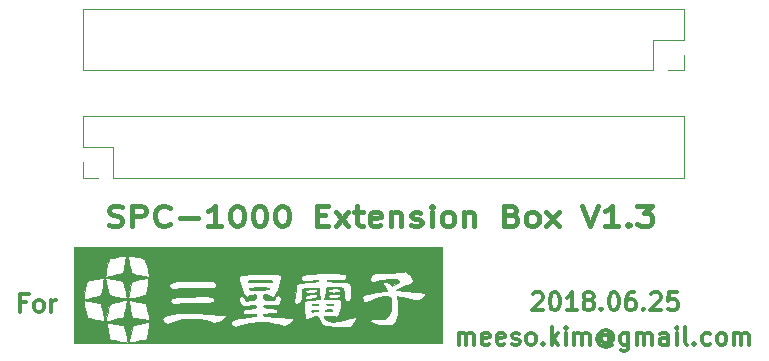
<source format=gto>
G04 #@! TF.FileFunction,Legend,Top*
%FSLAX46Y46*%
G04 Gerber Fmt 4.6, Leading zero omitted, Abs format (unit mm)*
G04 Created by KiCad (PCBNEW 4.0.7) date 06/27/18 04:04:30*
%MOMM*%
%LPD*%
G01*
G04 APERTURE LIST*
%ADD10C,0.100000*%
%ADD11C,0.425000*%
%ADD12C,0.300000*%
%ADD13C,0.120000*%
%ADD14C,0.010000*%
G04 APERTURE END LIST*
D10*
D11*
X130415998Y-98224095D02*
X130701713Y-98305048D01*
X131177903Y-98305048D01*
X131368379Y-98224095D01*
X131463617Y-98143143D01*
X131558856Y-97981238D01*
X131558856Y-97819333D01*
X131463617Y-97657429D01*
X131368379Y-97576476D01*
X131177903Y-97495524D01*
X130796951Y-97414571D01*
X130606475Y-97333619D01*
X130511236Y-97252667D01*
X130415998Y-97090762D01*
X130415998Y-96928857D01*
X130511236Y-96766952D01*
X130606475Y-96686000D01*
X130796951Y-96605048D01*
X131273141Y-96605048D01*
X131558856Y-96686000D01*
X132415998Y-98305048D02*
X132415998Y-96605048D01*
X133177903Y-96605048D01*
X133368379Y-96686000D01*
X133463618Y-96766952D01*
X133558856Y-96928857D01*
X133558856Y-97171714D01*
X133463618Y-97333619D01*
X133368379Y-97414571D01*
X133177903Y-97495524D01*
X132415998Y-97495524D01*
X135558856Y-98143143D02*
X135463618Y-98224095D01*
X135177903Y-98305048D01*
X134987427Y-98305048D01*
X134701713Y-98224095D01*
X134511237Y-98062190D01*
X134415998Y-97900286D01*
X134320760Y-97576476D01*
X134320760Y-97333619D01*
X134415998Y-97009810D01*
X134511237Y-96847905D01*
X134701713Y-96686000D01*
X134987427Y-96605048D01*
X135177903Y-96605048D01*
X135463618Y-96686000D01*
X135558856Y-96766952D01*
X136415998Y-97657429D02*
X137939808Y-97657429D01*
X139939808Y-98305048D02*
X138796950Y-98305048D01*
X139368379Y-98305048D02*
X139368379Y-96605048D01*
X139177903Y-96847905D01*
X138987427Y-97009810D01*
X138796950Y-97090762D01*
X141177903Y-96605048D02*
X141368379Y-96605048D01*
X141558855Y-96686000D01*
X141654093Y-96766952D01*
X141749331Y-96928857D01*
X141844570Y-97252667D01*
X141844570Y-97657429D01*
X141749331Y-97981238D01*
X141654093Y-98143143D01*
X141558855Y-98224095D01*
X141368379Y-98305048D01*
X141177903Y-98305048D01*
X140987427Y-98224095D01*
X140892189Y-98143143D01*
X140796950Y-97981238D01*
X140701712Y-97657429D01*
X140701712Y-97252667D01*
X140796950Y-96928857D01*
X140892189Y-96766952D01*
X140987427Y-96686000D01*
X141177903Y-96605048D01*
X143082665Y-96605048D02*
X143273141Y-96605048D01*
X143463617Y-96686000D01*
X143558855Y-96766952D01*
X143654093Y-96928857D01*
X143749332Y-97252667D01*
X143749332Y-97657429D01*
X143654093Y-97981238D01*
X143558855Y-98143143D01*
X143463617Y-98224095D01*
X143273141Y-98305048D01*
X143082665Y-98305048D01*
X142892189Y-98224095D01*
X142796951Y-98143143D01*
X142701712Y-97981238D01*
X142606474Y-97657429D01*
X142606474Y-97252667D01*
X142701712Y-96928857D01*
X142796951Y-96766952D01*
X142892189Y-96686000D01*
X143082665Y-96605048D01*
X144987427Y-96605048D02*
X145177903Y-96605048D01*
X145368379Y-96686000D01*
X145463617Y-96766952D01*
X145558855Y-96928857D01*
X145654094Y-97252667D01*
X145654094Y-97657429D01*
X145558855Y-97981238D01*
X145463617Y-98143143D01*
X145368379Y-98224095D01*
X145177903Y-98305048D01*
X144987427Y-98305048D01*
X144796951Y-98224095D01*
X144701713Y-98143143D01*
X144606474Y-97981238D01*
X144511236Y-97657429D01*
X144511236Y-97252667D01*
X144606474Y-96928857D01*
X144701713Y-96766952D01*
X144796951Y-96686000D01*
X144987427Y-96605048D01*
X148035046Y-97414571D02*
X148701713Y-97414571D01*
X148987427Y-98305048D02*
X148035046Y-98305048D01*
X148035046Y-96605048D01*
X148987427Y-96605048D01*
X149654094Y-98305048D02*
X150701713Y-97171714D01*
X149654094Y-97171714D02*
X150701713Y-98305048D01*
X151177904Y-97171714D02*
X151939809Y-97171714D01*
X151463618Y-96605048D02*
X151463618Y-98062190D01*
X151558857Y-98224095D01*
X151749333Y-98305048D01*
X151939809Y-98305048D01*
X153368380Y-98224095D02*
X153177904Y-98305048D01*
X152796952Y-98305048D01*
X152606475Y-98224095D01*
X152511237Y-98062190D01*
X152511237Y-97414571D01*
X152606475Y-97252667D01*
X152796952Y-97171714D01*
X153177904Y-97171714D01*
X153368380Y-97252667D01*
X153463618Y-97414571D01*
X153463618Y-97576476D01*
X152511237Y-97738381D01*
X154320761Y-97171714D02*
X154320761Y-98305048D01*
X154320761Y-97333619D02*
X154416000Y-97252667D01*
X154606476Y-97171714D01*
X154892190Y-97171714D01*
X155082666Y-97252667D01*
X155177904Y-97414571D01*
X155177904Y-98305048D01*
X156035047Y-98224095D02*
X156225524Y-98305048D01*
X156606476Y-98305048D01*
X156796952Y-98224095D01*
X156892190Y-98062190D01*
X156892190Y-97981238D01*
X156796952Y-97819333D01*
X156606476Y-97738381D01*
X156320762Y-97738381D01*
X156130285Y-97657429D01*
X156035047Y-97495524D01*
X156035047Y-97414571D01*
X156130285Y-97252667D01*
X156320762Y-97171714D01*
X156606476Y-97171714D01*
X156796952Y-97252667D01*
X157749333Y-98305048D02*
X157749333Y-97171714D01*
X157749333Y-96605048D02*
X157654095Y-96686000D01*
X157749333Y-96766952D01*
X157844572Y-96686000D01*
X157749333Y-96605048D01*
X157749333Y-96766952D01*
X158987429Y-98305048D02*
X158796953Y-98224095D01*
X158701714Y-98143143D01*
X158606476Y-97981238D01*
X158606476Y-97495524D01*
X158701714Y-97333619D01*
X158796953Y-97252667D01*
X158987429Y-97171714D01*
X159273143Y-97171714D01*
X159463619Y-97252667D01*
X159558857Y-97333619D01*
X159654095Y-97495524D01*
X159654095Y-97981238D01*
X159558857Y-98143143D01*
X159463619Y-98224095D01*
X159273143Y-98305048D01*
X158987429Y-98305048D01*
X160511238Y-97171714D02*
X160511238Y-98305048D01*
X160511238Y-97333619D02*
X160606477Y-97252667D01*
X160796953Y-97171714D01*
X161082667Y-97171714D01*
X161273143Y-97252667D01*
X161368381Y-97414571D01*
X161368381Y-98305048D01*
X164511239Y-97414571D02*
X164796953Y-97495524D01*
X164892192Y-97576476D01*
X164987430Y-97738381D01*
X164987430Y-97981238D01*
X164892192Y-98143143D01*
X164796953Y-98224095D01*
X164606477Y-98305048D01*
X163844572Y-98305048D01*
X163844572Y-96605048D01*
X164511239Y-96605048D01*
X164701715Y-96686000D01*
X164796953Y-96766952D01*
X164892192Y-96928857D01*
X164892192Y-97090762D01*
X164796953Y-97252667D01*
X164701715Y-97333619D01*
X164511239Y-97414571D01*
X163844572Y-97414571D01*
X166130287Y-98305048D02*
X165939811Y-98224095D01*
X165844572Y-98143143D01*
X165749334Y-97981238D01*
X165749334Y-97495524D01*
X165844572Y-97333619D01*
X165939811Y-97252667D01*
X166130287Y-97171714D01*
X166416001Y-97171714D01*
X166606477Y-97252667D01*
X166701715Y-97333619D01*
X166796953Y-97495524D01*
X166796953Y-97981238D01*
X166701715Y-98143143D01*
X166606477Y-98224095D01*
X166416001Y-98305048D01*
X166130287Y-98305048D01*
X167463620Y-98305048D02*
X168511239Y-97171714D01*
X167463620Y-97171714D02*
X168511239Y-98305048D01*
X170511240Y-96605048D02*
X171177907Y-98305048D01*
X171844574Y-96605048D01*
X173558860Y-98305048D02*
X172416002Y-98305048D01*
X172987431Y-98305048D02*
X172987431Y-96605048D01*
X172796955Y-96847905D01*
X172606479Y-97009810D01*
X172416002Y-97090762D01*
X174416002Y-98143143D02*
X174511241Y-98224095D01*
X174416002Y-98305048D01*
X174320764Y-98224095D01*
X174416002Y-98143143D01*
X174416002Y-98305048D01*
X175177907Y-96605048D02*
X176416003Y-96605048D01*
X175749336Y-97252667D01*
X176035050Y-97252667D01*
X176225526Y-97333619D01*
X176320764Y-97414571D01*
X176416003Y-97576476D01*
X176416003Y-97981238D01*
X176320764Y-98143143D01*
X176225526Y-98224095D01*
X176035050Y-98305048D01*
X175463622Y-98305048D01*
X175273145Y-98224095D01*
X175177907Y-98143143D01*
D12*
X123404429Y-104794857D02*
X122904429Y-104794857D01*
X122904429Y-105580571D02*
X122904429Y-104080571D01*
X123618715Y-104080571D01*
X124404429Y-105580571D02*
X124261571Y-105509143D01*
X124190143Y-105437714D01*
X124118714Y-105294857D01*
X124118714Y-104866286D01*
X124190143Y-104723429D01*
X124261571Y-104652000D01*
X124404429Y-104580571D01*
X124618714Y-104580571D01*
X124761571Y-104652000D01*
X124833000Y-104723429D01*
X124904429Y-104866286D01*
X124904429Y-105294857D01*
X124833000Y-105437714D01*
X124761571Y-105509143D01*
X124618714Y-105580571D01*
X124404429Y-105580571D01*
X125547286Y-105580571D02*
X125547286Y-104580571D01*
X125547286Y-104866286D02*
X125618714Y-104723429D01*
X125690143Y-104652000D01*
X125833000Y-104580571D01*
X125975857Y-104580571D01*
X166323144Y-104096429D02*
X166394573Y-104025000D01*
X166537430Y-103953571D01*
X166894573Y-103953571D01*
X167037430Y-104025000D01*
X167108859Y-104096429D01*
X167180287Y-104239286D01*
X167180287Y-104382143D01*
X167108859Y-104596429D01*
X166251716Y-105453571D01*
X167180287Y-105453571D01*
X168108858Y-103953571D02*
X168251715Y-103953571D01*
X168394572Y-104025000D01*
X168466001Y-104096429D01*
X168537430Y-104239286D01*
X168608858Y-104525000D01*
X168608858Y-104882143D01*
X168537430Y-105167857D01*
X168466001Y-105310714D01*
X168394572Y-105382143D01*
X168251715Y-105453571D01*
X168108858Y-105453571D01*
X167966001Y-105382143D01*
X167894572Y-105310714D01*
X167823144Y-105167857D01*
X167751715Y-104882143D01*
X167751715Y-104525000D01*
X167823144Y-104239286D01*
X167894572Y-104096429D01*
X167966001Y-104025000D01*
X168108858Y-103953571D01*
X170037429Y-105453571D02*
X169180286Y-105453571D01*
X169608858Y-105453571D02*
X169608858Y-103953571D01*
X169466001Y-104167857D01*
X169323143Y-104310714D01*
X169180286Y-104382143D01*
X170894572Y-104596429D02*
X170751714Y-104525000D01*
X170680286Y-104453571D01*
X170608857Y-104310714D01*
X170608857Y-104239286D01*
X170680286Y-104096429D01*
X170751714Y-104025000D01*
X170894572Y-103953571D01*
X171180286Y-103953571D01*
X171323143Y-104025000D01*
X171394572Y-104096429D01*
X171466000Y-104239286D01*
X171466000Y-104310714D01*
X171394572Y-104453571D01*
X171323143Y-104525000D01*
X171180286Y-104596429D01*
X170894572Y-104596429D01*
X170751714Y-104667857D01*
X170680286Y-104739286D01*
X170608857Y-104882143D01*
X170608857Y-105167857D01*
X170680286Y-105310714D01*
X170751714Y-105382143D01*
X170894572Y-105453571D01*
X171180286Y-105453571D01*
X171323143Y-105382143D01*
X171394572Y-105310714D01*
X171466000Y-105167857D01*
X171466000Y-104882143D01*
X171394572Y-104739286D01*
X171323143Y-104667857D01*
X171180286Y-104596429D01*
X172108857Y-105310714D02*
X172180285Y-105382143D01*
X172108857Y-105453571D01*
X172037428Y-105382143D01*
X172108857Y-105310714D01*
X172108857Y-105453571D01*
X173108857Y-103953571D02*
X173251714Y-103953571D01*
X173394571Y-104025000D01*
X173466000Y-104096429D01*
X173537429Y-104239286D01*
X173608857Y-104525000D01*
X173608857Y-104882143D01*
X173537429Y-105167857D01*
X173466000Y-105310714D01*
X173394571Y-105382143D01*
X173251714Y-105453571D01*
X173108857Y-105453571D01*
X172966000Y-105382143D01*
X172894571Y-105310714D01*
X172823143Y-105167857D01*
X172751714Y-104882143D01*
X172751714Y-104525000D01*
X172823143Y-104239286D01*
X172894571Y-104096429D01*
X172966000Y-104025000D01*
X173108857Y-103953571D01*
X174894571Y-103953571D02*
X174608857Y-103953571D01*
X174466000Y-104025000D01*
X174394571Y-104096429D01*
X174251714Y-104310714D01*
X174180285Y-104596429D01*
X174180285Y-105167857D01*
X174251714Y-105310714D01*
X174323142Y-105382143D01*
X174466000Y-105453571D01*
X174751714Y-105453571D01*
X174894571Y-105382143D01*
X174966000Y-105310714D01*
X175037428Y-105167857D01*
X175037428Y-104810714D01*
X174966000Y-104667857D01*
X174894571Y-104596429D01*
X174751714Y-104525000D01*
X174466000Y-104525000D01*
X174323142Y-104596429D01*
X174251714Y-104667857D01*
X174180285Y-104810714D01*
X175680285Y-105310714D02*
X175751713Y-105382143D01*
X175680285Y-105453571D01*
X175608856Y-105382143D01*
X175680285Y-105310714D01*
X175680285Y-105453571D01*
X176323142Y-104096429D02*
X176394571Y-104025000D01*
X176537428Y-103953571D01*
X176894571Y-103953571D01*
X177037428Y-104025000D01*
X177108857Y-104096429D01*
X177180285Y-104239286D01*
X177180285Y-104382143D01*
X177108857Y-104596429D01*
X176251714Y-105453571D01*
X177180285Y-105453571D01*
X178537428Y-103953571D02*
X177823142Y-103953571D01*
X177751713Y-104667857D01*
X177823142Y-104596429D01*
X177965999Y-104525000D01*
X178323142Y-104525000D01*
X178465999Y-104596429D01*
X178537428Y-104667857D01*
X178608856Y-104810714D01*
X178608856Y-105167857D01*
X178537428Y-105310714D01*
X178465999Y-105382143D01*
X178323142Y-105453571D01*
X177965999Y-105453571D01*
X177823142Y-105382143D01*
X177751713Y-105310714D01*
X160053286Y-108374571D02*
X160053286Y-107374571D01*
X160053286Y-107517429D02*
X160124714Y-107446000D01*
X160267572Y-107374571D01*
X160481857Y-107374571D01*
X160624714Y-107446000D01*
X160696143Y-107588857D01*
X160696143Y-108374571D01*
X160696143Y-107588857D02*
X160767572Y-107446000D01*
X160910429Y-107374571D01*
X161124714Y-107374571D01*
X161267572Y-107446000D01*
X161339000Y-107588857D01*
X161339000Y-108374571D01*
X162624714Y-108303143D02*
X162481857Y-108374571D01*
X162196143Y-108374571D01*
X162053286Y-108303143D01*
X161981857Y-108160286D01*
X161981857Y-107588857D01*
X162053286Y-107446000D01*
X162196143Y-107374571D01*
X162481857Y-107374571D01*
X162624714Y-107446000D01*
X162696143Y-107588857D01*
X162696143Y-107731714D01*
X161981857Y-107874571D01*
X163910428Y-108303143D02*
X163767571Y-108374571D01*
X163481857Y-108374571D01*
X163339000Y-108303143D01*
X163267571Y-108160286D01*
X163267571Y-107588857D01*
X163339000Y-107446000D01*
X163481857Y-107374571D01*
X163767571Y-107374571D01*
X163910428Y-107446000D01*
X163981857Y-107588857D01*
X163981857Y-107731714D01*
X163267571Y-107874571D01*
X164553285Y-108303143D02*
X164696142Y-108374571D01*
X164981857Y-108374571D01*
X165124714Y-108303143D01*
X165196142Y-108160286D01*
X165196142Y-108088857D01*
X165124714Y-107946000D01*
X164981857Y-107874571D01*
X164767571Y-107874571D01*
X164624714Y-107803143D01*
X164553285Y-107660286D01*
X164553285Y-107588857D01*
X164624714Y-107446000D01*
X164767571Y-107374571D01*
X164981857Y-107374571D01*
X165124714Y-107446000D01*
X166053286Y-108374571D02*
X165910428Y-108303143D01*
X165839000Y-108231714D01*
X165767571Y-108088857D01*
X165767571Y-107660286D01*
X165839000Y-107517429D01*
X165910428Y-107446000D01*
X166053286Y-107374571D01*
X166267571Y-107374571D01*
X166410428Y-107446000D01*
X166481857Y-107517429D01*
X166553286Y-107660286D01*
X166553286Y-108088857D01*
X166481857Y-108231714D01*
X166410428Y-108303143D01*
X166267571Y-108374571D01*
X166053286Y-108374571D01*
X167196143Y-108231714D02*
X167267571Y-108303143D01*
X167196143Y-108374571D01*
X167124714Y-108303143D01*
X167196143Y-108231714D01*
X167196143Y-108374571D01*
X167910429Y-108374571D02*
X167910429Y-106874571D01*
X168053286Y-107803143D02*
X168481857Y-108374571D01*
X168481857Y-107374571D02*
X167910429Y-107946000D01*
X169124715Y-108374571D02*
X169124715Y-107374571D01*
X169124715Y-106874571D02*
X169053286Y-106946000D01*
X169124715Y-107017429D01*
X169196143Y-106946000D01*
X169124715Y-106874571D01*
X169124715Y-107017429D01*
X169839001Y-108374571D02*
X169839001Y-107374571D01*
X169839001Y-107517429D02*
X169910429Y-107446000D01*
X170053287Y-107374571D01*
X170267572Y-107374571D01*
X170410429Y-107446000D01*
X170481858Y-107588857D01*
X170481858Y-108374571D01*
X170481858Y-107588857D02*
X170553287Y-107446000D01*
X170696144Y-107374571D01*
X170910429Y-107374571D01*
X171053287Y-107446000D01*
X171124715Y-107588857D01*
X171124715Y-108374571D01*
X172767572Y-107660286D02*
X172696144Y-107588857D01*
X172553287Y-107517429D01*
X172410429Y-107517429D01*
X172267572Y-107588857D01*
X172196144Y-107660286D01*
X172124715Y-107803143D01*
X172124715Y-107946000D01*
X172196144Y-108088857D01*
X172267572Y-108160286D01*
X172410429Y-108231714D01*
X172553287Y-108231714D01*
X172696144Y-108160286D01*
X172767572Y-108088857D01*
X172767572Y-107517429D02*
X172767572Y-108088857D01*
X172839001Y-108160286D01*
X172910429Y-108160286D01*
X173053287Y-108088857D01*
X173124715Y-107946000D01*
X173124715Y-107588857D01*
X172981858Y-107374571D01*
X172767572Y-107231714D01*
X172481858Y-107160286D01*
X172196144Y-107231714D01*
X171981858Y-107374571D01*
X171839001Y-107588857D01*
X171767572Y-107874571D01*
X171839001Y-108160286D01*
X171981858Y-108374571D01*
X172196144Y-108517429D01*
X172481858Y-108588857D01*
X172767572Y-108517429D01*
X172981858Y-108374571D01*
X174410429Y-107374571D02*
X174410429Y-108588857D01*
X174339000Y-108731714D01*
X174267572Y-108803143D01*
X174124715Y-108874571D01*
X173910429Y-108874571D01*
X173767572Y-108803143D01*
X174410429Y-108303143D02*
X174267572Y-108374571D01*
X173981858Y-108374571D01*
X173839000Y-108303143D01*
X173767572Y-108231714D01*
X173696143Y-108088857D01*
X173696143Y-107660286D01*
X173767572Y-107517429D01*
X173839000Y-107446000D01*
X173981858Y-107374571D01*
X174267572Y-107374571D01*
X174410429Y-107446000D01*
X175124715Y-108374571D02*
X175124715Y-107374571D01*
X175124715Y-107517429D02*
X175196143Y-107446000D01*
X175339001Y-107374571D01*
X175553286Y-107374571D01*
X175696143Y-107446000D01*
X175767572Y-107588857D01*
X175767572Y-108374571D01*
X175767572Y-107588857D02*
X175839001Y-107446000D01*
X175981858Y-107374571D01*
X176196143Y-107374571D01*
X176339001Y-107446000D01*
X176410429Y-107588857D01*
X176410429Y-108374571D01*
X177767572Y-108374571D02*
X177767572Y-107588857D01*
X177696143Y-107446000D01*
X177553286Y-107374571D01*
X177267572Y-107374571D01*
X177124715Y-107446000D01*
X177767572Y-108303143D02*
X177624715Y-108374571D01*
X177267572Y-108374571D01*
X177124715Y-108303143D01*
X177053286Y-108160286D01*
X177053286Y-108017429D01*
X177124715Y-107874571D01*
X177267572Y-107803143D01*
X177624715Y-107803143D01*
X177767572Y-107731714D01*
X178481858Y-108374571D02*
X178481858Y-107374571D01*
X178481858Y-106874571D02*
X178410429Y-106946000D01*
X178481858Y-107017429D01*
X178553286Y-106946000D01*
X178481858Y-106874571D01*
X178481858Y-107017429D01*
X179410430Y-108374571D02*
X179267572Y-108303143D01*
X179196144Y-108160286D01*
X179196144Y-106874571D01*
X179981858Y-108231714D02*
X180053286Y-108303143D01*
X179981858Y-108374571D01*
X179910429Y-108303143D01*
X179981858Y-108231714D01*
X179981858Y-108374571D01*
X181339001Y-108303143D02*
X181196144Y-108374571D01*
X180910430Y-108374571D01*
X180767572Y-108303143D01*
X180696144Y-108231714D01*
X180624715Y-108088857D01*
X180624715Y-107660286D01*
X180696144Y-107517429D01*
X180767572Y-107446000D01*
X180910430Y-107374571D01*
X181196144Y-107374571D01*
X181339001Y-107446000D01*
X182196144Y-108374571D02*
X182053286Y-108303143D01*
X181981858Y-108231714D01*
X181910429Y-108088857D01*
X181910429Y-107660286D01*
X181981858Y-107517429D01*
X182053286Y-107446000D01*
X182196144Y-107374571D01*
X182410429Y-107374571D01*
X182553286Y-107446000D01*
X182624715Y-107517429D01*
X182696144Y-107660286D01*
X182696144Y-108088857D01*
X182624715Y-108231714D01*
X182553286Y-108303143D01*
X182410429Y-108374571D01*
X182196144Y-108374571D01*
X183339001Y-108374571D02*
X183339001Y-107374571D01*
X183339001Y-107517429D02*
X183410429Y-107446000D01*
X183553287Y-107374571D01*
X183767572Y-107374571D01*
X183910429Y-107446000D01*
X183981858Y-107588857D01*
X183981858Y-108374571D01*
X183981858Y-107588857D02*
X184053287Y-107446000D01*
X184196144Y-107374571D01*
X184410429Y-107374571D01*
X184553287Y-107446000D01*
X184624715Y-107588857D01*
X184624715Y-108374571D01*
D13*
X176530000Y-85150000D02*
X128210000Y-85150000D01*
X128210000Y-85150000D02*
X128210000Y-79950000D01*
X128210000Y-79950000D02*
X179130000Y-79950000D01*
X179130000Y-79950000D02*
X179130000Y-82550000D01*
X179130000Y-82550000D02*
X176530000Y-82550000D01*
X176530000Y-82550000D02*
X176530000Y-85150000D01*
X177800000Y-85150000D02*
X179130000Y-85150000D01*
X179130000Y-85150000D02*
X179130000Y-83880000D01*
X179130000Y-94243200D02*
X179130000Y-89043200D01*
X130810000Y-94243200D02*
X179130000Y-94243200D01*
X128210000Y-89043200D02*
X179130000Y-89043200D01*
X130810000Y-94243200D02*
X130810000Y-91643200D01*
X130810000Y-91643200D02*
X128210000Y-91643200D01*
X128210000Y-91643200D02*
X128210000Y-89043200D01*
X129540000Y-94243200D02*
X128210000Y-94243200D01*
X128210000Y-94243200D02*
X128210000Y-92913200D01*
D14*
G36*
X158623000Y-108267500D02*
X127444500Y-108267500D01*
X127444500Y-106570357D01*
X130238500Y-106570357D01*
X130250170Y-106663863D01*
X130280947Y-106842075D01*
X130324482Y-107073303D01*
X130374426Y-107325858D01*
X130424430Y-107568050D01*
X130468144Y-107768189D01*
X130499220Y-107894587D01*
X130509305Y-107921981D01*
X130571499Y-107936224D01*
X130728788Y-107967429D01*
X130951284Y-108010019D01*
X131209100Y-108058413D01*
X131472346Y-108107035D01*
X131711135Y-108150305D01*
X131895579Y-108182646D01*
X131976281Y-108195783D01*
X132004681Y-108151349D01*
X132001785Y-108128800D01*
X132146425Y-108128800D01*
X132165206Y-108189622D01*
X132234052Y-108184513D01*
X132245354Y-108181106D01*
X132365062Y-108150125D01*
X132567268Y-108103588D01*
X132809993Y-108051127D01*
X132830276Y-108046885D01*
X133079641Y-107999000D01*
X133297698Y-107964369D01*
X133439603Y-107950058D01*
X133445122Y-107950000D01*
X133580395Y-107906693D01*
X133628999Y-107838875D01*
X133662771Y-107697830D01*
X133703409Y-107485954D01*
X133746150Y-107234507D01*
X133786234Y-106974748D01*
X133818897Y-106737937D01*
X133839379Y-106555336D01*
X133842916Y-106458203D01*
X133840452Y-106450786D01*
X133768837Y-106451067D01*
X133605489Y-106479124D01*
X133381200Y-106529326D01*
X133299148Y-106549770D01*
X133039800Y-106611128D01*
X132809948Y-106656932D01*
X132651206Y-106679095D01*
X132628792Y-106680000D01*
X132547375Y-106683066D01*
X132483533Y-106702870D01*
X132431583Y-106755320D01*
X132385841Y-106856321D01*
X132340623Y-107021782D01*
X132290246Y-107267609D01*
X132229026Y-107609710D01*
X132166771Y-107973096D01*
X132146425Y-108128800D01*
X132001785Y-108128800D01*
X131993091Y-108061125D01*
X131963621Y-107934186D01*
X131918745Y-107721802D01*
X131866701Y-107463308D01*
X131850117Y-107378500D01*
X131794641Y-107125100D01*
X131737515Y-106917233D01*
X131688442Y-106788633D01*
X131674556Y-106768178D01*
X131581417Y-106726402D01*
X131397676Y-106678704D01*
X131158869Y-106633916D01*
X131095750Y-106624355D01*
X130830805Y-106584547D01*
X130594170Y-106546185D01*
X130430706Y-106516594D01*
X130413125Y-106512898D01*
X130282144Y-106502725D01*
X130238993Y-106558083D01*
X130238500Y-106570357D01*
X127444500Y-106570357D01*
X127444500Y-104603251D01*
X128293581Y-104603251D01*
X128294521Y-104672300D01*
X128317753Y-104834651D01*
X128357187Y-105059815D01*
X128406730Y-105317308D01*
X128460291Y-105576641D01*
X128511779Y-105807330D01*
X128555103Y-105978886D01*
X128584172Y-106060824D01*
X128585018Y-106061883D01*
X128661001Y-106092410D01*
X128829950Y-106136926D01*
X129059496Y-106188916D01*
X129317271Y-106241864D01*
X129570908Y-106289256D01*
X129788036Y-106324578D01*
X129936289Y-106341314D01*
X129971979Y-106341037D01*
X130023614Y-106314875D01*
X130179184Y-106314875D01*
X130197972Y-106351129D01*
X130276804Y-106357477D01*
X130436037Y-106332202D01*
X130696024Y-106273589D01*
X130710693Y-106270075D01*
X130975284Y-106209335D01*
X131240810Y-106152714D01*
X131379591Y-106125569D01*
X131495752Y-106104532D01*
X131579506Y-106078046D01*
X131640667Y-106026389D01*
X131689049Y-105929836D01*
X131734466Y-105768664D01*
X131786734Y-105523150D01*
X131855667Y-105173568D01*
X131857217Y-105165714D01*
X131901151Y-104921589D01*
X131927903Y-104728561D01*
X131930612Y-104674933D01*
X132103726Y-104674933D01*
X132129031Y-104845036D01*
X132175780Y-105087169D01*
X132237413Y-105366700D01*
X132406704Y-106094690D01*
X132826296Y-106139625D01*
X133064350Y-106170889D01*
X133266645Y-106207587D01*
X133377319Y-106237754D01*
X133542130Y-106279714D01*
X133691312Y-106294974D01*
X133813146Y-106287900D01*
X133850617Y-106233988D01*
X133848509Y-106220336D01*
X134953288Y-106220336D01*
X135001633Y-106363683D01*
X135155063Y-106535079D01*
X135368712Y-106598930D01*
X135633565Y-106554155D01*
X135834376Y-106463288D01*
X136171420Y-106328581D01*
X136597720Y-106236111D01*
X137082497Y-106186632D01*
X137594971Y-106180898D01*
X138104366Y-106219665D01*
X138579900Y-106303687D01*
X138873145Y-106388779D01*
X139112633Y-106470703D01*
X139273291Y-106513179D01*
X139396049Y-106519025D01*
X139521839Y-106491059D01*
X139661098Y-106443030D01*
X139666246Y-106440674D01*
X140794151Y-106440674D01*
X140801821Y-106618573D01*
X140915511Y-106767996D01*
X140920629Y-106771649D01*
X141014864Y-106831980D01*
X141101715Y-106859581D01*
X141212337Y-106851959D01*
X141377890Y-106806622D01*
X141629532Y-106721076D01*
X141652319Y-106713118D01*
X142370238Y-106523229D01*
X143110175Y-106441704D01*
X143845836Y-106469005D01*
X144550927Y-106605597D01*
X144725815Y-106659009D01*
X144974415Y-106739089D01*
X145139020Y-106781076D01*
X145255892Y-106787711D01*
X145361293Y-106761733D01*
X145470681Y-106715275D01*
X145664473Y-106608573D01*
X145847071Y-106476491D01*
X145986074Y-106345937D01*
X146049080Y-106243823D01*
X146050000Y-106234140D01*
X145996327Y-106175878D01*
X145907125Y-106143283D01*
X145741750Y-106116989D01*
X145483373Y-106086922D01*
X145165819Y-106055952D01*
X144822911Y-106026955D01*
X144488473Y-106002803D01*
X144196329Y-105986369D01*
X143991096Y-105980527D01*
X143698115Y-105964445D01*
X143519158Y-105918925D01*
X143458347Y-105845421D01*
X143473862Y-105798099D01*
X143559191Y-105761648D01*
X143749086Y-105737224D01*
X144021450Y-105727554D01*
X144045722Y-105727500D01*
X144370037Y-105715546D01*
X144579146Y-105676420D01*
X144682875Y-105605227D01*
X144691049Y-105497068D01*
X144659275Y-105421725D01*
X144603287Y-105357550D01*
X144499324Y-105312848D01*
X144320775Y-105280237D01*
X144051618Y-105253215D01*
X143778165Y-105225574D01*
X143610782Y-105194516D01*
X143528557Y-105154506D01*
X143510000Y-105109897D01*
X143526720Y-105064510D01*
X143591791Y-105038659D01*
X143727573Y-105029864D01*
X143956429Y-105035643D01*
X144111498Y-105043157D01*
X144439432Y-105052735D01*
X144663873Y-105032899D01*
X144807147Y-104971544D01*
X144891577Y-104856565D01*
X144939486Y-104675855D01*
X144952829Y-104586914D01*
X144953871Y-104568480D01*
X146088616Y-104568480D01*
X146111599Y-104777273D01*
X146210777Y-104885570D01*
X146301040Y-104902000D01*
X146523501Y-104855122D01*
X146680557Y-104710877D01*
X146775463Y-104463842D01*
X146785341Y-104366384D01*
X147011432Y-104366384D01*
X147023573Y-104420826D01*
X147071689Y-104486502D01*
X147166987Y-104514894D01*
X147333491Y-104507400D01*
X147595230Y-104465416D01*
X147641419Y-104456756D01*
X147895422Y-104389395D01*
X148025946Y-104305872D01*
X148035758Y-104203866D01*
X148003055Y-104153140D01*
X147921812Y-104105053D01*
X147770277Y-104092355D01*
X147546313Y-104109509D01*
X147244887Y-104164879D01*
X147066656Y-104250467D01*
X147011432Y-104366384D01*
X146785341Y-104366384D01*
X146811473Y-104108596D01*
X146812000Y-104050780D01*
X146812000Y-103867727D01*
X147018107Y-103867727D01*
X147030423Y-103950407D01*
X147162089Y-103995948D01*
X147411816Y-104003543D01*
X147523685Y-103997317D01*
X147752918Y-103973217D01*
X147932732Y-103940155D01*
X148024657Y-103905231D01*
X148025128Y-103904771D01*
X148057659Y-103800268D01*
X148045537Y-103737868D01*
X147957830Y-103668201D01*
X147787584Y-103631414D01*
X147574799Y-103627036D01*
X147359480Y-103654594D01*
X147181628Y-103713616D01*
X147126431Y-103748716D01*
X147018107Y-103867727D01*
X146812000Y-103867727D01*
X146812000Y-103637754D01*
X147050125Y-103591805D01*
X147239841Y-103567183D01*
X147496873Y-103548810D01*
X147732750Y-103541302D01*
X148177250Y-103536750D01*
X148213831Y-103917750D01*
X148241225Y-104140956D01*
X148274114Y-104322894D01*
X148297669Y-104403802D01*
X148305997Y-104455294D01*
X148261522Y-104490904D01*
X148142980Y-104516686D01*
X147929112Y-104538692D01*
X147784838Y-104549803D01*
X147438361Y-104573614D01*
X147199016Y-104597414D01*
X147048170Y-104638857D01*
X146967191Y-104715595D01*
X146937445Y-104845281D01*
X146940299Y-105045568D01*
X146957114Y-105333992D01*
X146975657Y-105625137D01*
X146997941Y-105876626D01*
X147020779Y-106056520D01*
X147036003Y-106124375D01*
X147128970Y-106217508D01*
X147275866Y-106222403D01*
X147440771Y-106140582D01*
X147481943Y-106105499D01*
X147681068Y-105997788D01*
X147896244Y-105962624D01*
X148068833Y-105960303D01*
X148155006Y-105994320D01*
X148195155Y-106094059D01*
X148213198Y-106193171D01*
X148270961Y-106402492D01*
X148374217Y-106565294D01*
X148536341Y-106686377D01*
X148770706Y-106770540D01*
X149090686Y-106822582D01*
X149509653Y-106847304D01*
X150040981Y-106849503D01*
X150042039Y-106849490D01*
X150890829Y-106838750D01*
X151092358Y-106605438D01*
X151260496Y-106392827D01*
X151380770Y-106205225D01*
X151439231Y-106067045D01*
X151432974Y-106009307D01*
X151360159Y-106010312D01*
X151196278Y-106043636D01*
X150971174Y-106102743D01*
X150866670Y-106133347D01*
X150287393Y-106288828D01*
X149785884Y-106383934D01*
X149368261Y-106418940D01*
X149040641Y-106394126D01*
X148809142Y-106309769D01*
X148679881Y-106166146D01*
X148653500Y-106032863D01*
X148672542Y-105966209D01*
X148748934Y-105931330D01*
X148911570Y-105918834D01*
X149006924Y-105918000D01*
X149226650Y-105929064D01*
X149407845Y-105957434D01*
X149478574Y-105981272D01*
X149643263Y-106018916D01*
X149785800Y-105940850D01*
X149908539Y-105744037D01*
X150013838Y-105425442D01*
X150057425Y-105235428D01*
X150099074Y-105000711D01*
X150104472Y-104845151D01*
X150073084Y-104726033D01*
X150050466Y-104679688D01*
X149982641Y-104581319D01*
X149889555Y-104534725D01*
X149728749Y-104523943D01*
X149641436Y-104525903D01*
X149382431Y-104530515D01*
X149087573Y-104530530D01*
X148951524Y-104528627D01*
X148746381Y-104522358D01*
X148645971Y-104506338D01*
X148628050Y-104468308D01*
X148670375Y-104396005D01*
X148681649Y-104379870D01*
X148743273Y-104228368D01*
X148745105Y-104217281D01*
X148978512Y-104217281D01*
X148992325Y-104294481D01*
X149041021Y-104347782D01*
X149152969Y-104378806D01*
X149352973Y-104392312D01*
X149510750Y-104394000D01*
X149770205Y-104388147D01*
X149927867Y-104367415D01*
X150008537Y-104327043D01*
X150029174Y-104294481D01*
X150030706Y-104172351D01*
X149922001Y-104092181D01*
X149698666Y-104051871D01*
X149509404Y-104045939D01*
X149216907Y-104064877D01*
X149041578Y-104121205D01*
X148978512Y-104217281D01*
X148745105Y-104217281D01*
X148777767Y-104019681D01*
X148780500Y-103947507D01*
X148788729Y-103773129D01*
X148978390Y-103773129D01*
X148992325Y-103849981D01*
X149074360Y-103906950D01*
X149242850Y-103943031D01*
X149458981Y-103958225D01*
X149683937Y-103952530D01*
X149878904Y-103925948D01*
X150005066Y-103878477D01*
X150029174Y-103849981D01*
X150030526Y-103727818D01*
X149921392Y-103647379D01*
X149697439Y-103606577D01*
X149510779Y-103600250D01*
X149217389Y-103618764D01*
X149041366Y-103675697D01*
X148978390Y-103773129D01*
X148788729Y-103773129D01*
X148791187Y-103721049D01*
X148836857Y-103571371D01*
X148937920Y-103485496D01*
X149114785Y-103450449D01*
X149387864Y-103453255D01*
X149542540Y-103463051D01*
X149810850Y-103488594D01*
X150035222Y-103521927D01*
X150182323Y-103557553D01*
X150216012Y-103574112D01*
X150265914Y-103680197D01*
X150301801Y-103892507D01*
X150317805Y-104123093D01*
X150343991Y-104430524D01*
X150399203Y-104622179D01*
X150490915Y-104707440D01*
X150626600Y-104695688D01*
X150733672Y-104645161D01*
X150812195Y-104596270D01*
X150862639Y-104538543D01*
X150891214Y-104445430D01*
X150891471Y-104442338D01*
X151843983Y-104442338D01*
X151902442Y-104606404D01*
X151952961Y-104658713D01*
X152058863Y-104734038D01*
X152158554Y-104764149D01*
X152283808Y-104745785D01*
X152466395Y-104675683D01*
X152663020Y-104585814D01*
X153007884Y-104446529D01*
X153354037Y-104345478D01*
X153676933Y-104286116D01*
X153952027Y-104271896D01*
X154154771Y-104306274D01*
X154242558Y-104363525D01*
X154286498Y-104482599D01*
X154316501Y-104703312D01*
X154328906Y-104982650D01*
X154326270Y-105265804D01*
X154304727Y-105466387D01*
X154255970Y-105628384D01*
X154177198Y-105786039D01*
X154051397Y-105967479D01*
X153896698Y-106093435D01*
X153688972Y-106173130D01*
X153404085Y-106215789D01*
X153017906Y-106230633D01*
X153013833Y-106230669D01*
X152731380Y-106238018D01*
X152560038Y-106255795D01*
X152484168Y-106286461D01*
X152478772Y-106314875D01*
X152572436Y-106420315D01*
X152764765Y-106518853D01*
X153027431Y-106605145D01*
X153332109Y-106673849D01*
X153650472Y-106719622D01*
X153954194Y-106737121D01*
X154214948Y-106721002D01*
X154386504Y-106674708D01*
X154549641Y-106547258D01*
X154708215Y-106335271D01*
X154837260Y-106079564D01*
X154911811Y-105820951D01*
X154912846Y-105814235D01*
X154929821Y-105567135D01*
X154924643Y-105244632D01*
X154899984Y-104895873D01*
X154858520Y-104570006D01*
X154839418Y-104464897D01*
X154796097Y-104250045D01*
X155106173Y-104296437D01*
X155321841Y-104339319D01*
X155600778Y-104409021D01*
X155886102Y-104491218D01*
X155912637Y-104499524D01*
X156234148Y-104588706D01*
X156474897Y-104617792D01*
X156668278Y-104582345D01*
X156847682Y-104477930D01*
X156987875Y-104356680D01*
X157118946Y-104229810D01*
X157197904Y-104134427D01*
X157213471Y-104064246D01*
X157154368Y-104012981D01*
X157009320Y-103974345D01*
X156767049Y-103942052D01*
X156416279Y-103909816D01*
X156146500Y-103887680D01*
X155800838Y-103858671D01*
X155474452Y-103829568D01*
X155201812Y-103803554D01*
X155017389Y-103783814D01*
X155003500Y-103782103D01*
X154717750Y-103746093D01*
X155035250Y-103582164D01*
X155280823Y-103465363D01*
X155566941Y-103343253D01*
X155733750Y-103278606D01*
X155947339Y-103192795D01*
X156067149Y-103118412D01*
X156121835Y-103033154D01*
X156135501Y-102965913D01*
X156120202Y-102717908D01*
X156023601Y-102517142D01*
X155863498Y-102395758D01*
X155811420Y-102380709D01*
X155653864Y-102310949D01*
X155589476Y-102220001D01*
X155548520Y-102144486D01*
X155511901Y-102170851D01*
X155429158Y-102204001D01*
X155224682Y-102230967D01*
X154896809Y-102251892D01*
X154443878Y-102266921D01*
X154397031Y-102267987D01*
X154020085Y-102278400D01*
X153668563Y-102291977D01*
X153370375Y-102307354D01*
X153153430Y-102323166D01*
X153070195Y-102332870D01*
X152784770Y-102411674D01*
X152593414Y-102534586D01*
X152505941Y-102689917D01*
X152532168Y-102865973D01*
X152569369Y-102929392D01*
X152689741Y-103030341D01*
X152866847Y-103052992D01*
X153119666Y-102998206D01*
X153233391Y-102959503D01*
X153417421Y-102912869D01*
X153685510Y-102869892D01*
X153994742Y-102836708D01*
X154179213Y-102824205D01*
X154488184Y-102811326D01*
X154695182Y-102811940D01*
X154824728Y-102828218D01*
X154901343Y-102862327D01*
X154930805Y-102890670D01*
X154982131Y-102990539D01*
X154945298Y-103082496D01*
X154807646Y-103184681D01*
X154675586Y-103256312D01*
X154419789Y-103386810D01*
X154184356Y-103223655D01*
X153957264Y-103098681D01*
X153780274Y-103059655D01*
X153668678Y-103096811D01*
X153637770Y-103200384D01*
X153702843Y-103360610D01*
X153790271Y-103475288D01*
X153926537Y-103649201D01*
X153987765Y-103770130D01*
X153966126Y-103821735D01*
X153956622Y-103822500D01*
X153832538Y-103832682D01*
X153619899Y-103860143D01*
X153346798Y-103900256D01*
X153041328Y-103948392D01*
X152731580Y-103999922D01*
X152445649Y-104050220D01*
X152211625Y-104094656D01*
X152057603Y-104128603D01*
X152014376Y-104142474D01*
X151883143Y-104272152D01*
X151843983Y-104442338D01*
X150891471Y-104442338D01*
X150904134Y-104290379D01*
X150907611Y-104046840D01*
X150907750Y-103901139D01*
X150902932Y-103581726D01*
X150886453Y-103366053D01*
X150855275Y-103231153D01*
X150809323Y-103156944D01*
X150742585Y-103115912D01*
X150624517Y-103086180D01*
X150435904Y-103065596D01*
X150157528Y-103052007D01*
X149798553Y-103043716D01*
X149423848Y-103034998D01*
X149159170Y-103021873D01*
X148987571Y-103002461D01*
X148892103Y-102974880D01*
X148856404Y-102939148D01*
X148861568Y-102901700D01*
X148919656Y-102879399D01*
X149049218Y-102871004D01*
X149268805Y-102875275D01*
X149585756Y-102890366D01*
X149944035Y-102905720D01*
X150194649Y-102903395D01*
X150356311Y-102878297D01*
X150447730Y-102825333D01*
X150487618Y-102739408D01*
X150495000Y-102642825D01*
X150488057Y-102549233D01*
X150457878Y-102476422D01*
X150390436Y-102421862D01*
X150271704Y-102383027D01*
X150087656Y-102357386D01*
X149824265Y-102342411D01*
X149467504Y-102335575D01*
X149003346Y-102334348D01*
X148786553Y-102334855D01*
X148216180Y-102339302D01*
X147760016Y-102350047D01*
X147405345Y-102369019D01*
X147139452Y-102398147D01*
X146949621Y-102439362D01*
X146823135Y-102494592D01*
X146747280Y-102565768D01*
X146710540Y-102649883D01*
X146683002Y-102816650D01*
X146713606Y-102920371D01*
X146820191Y-102971754D01*
X147020594Y-102981507D01*
X147240708Y-102968146D01*
X147509400Y-102944469D01*
X147755636Y-102919318D01*
X147929410Y-102897833D01*
X147939125Y-102896358D01*
X148088800Y-102894268D01*
X148143341Y-102932488D01*
X148091329Y-102987453D01*
X147999033Y-103019992D01*
X147877704Y-103038664D01*
X147662176Y-103060854D01*
X147385081Y-103083525D01*
X147136448Y-103100247D01*
X146781895Y-103126533D01*
X146535091Y-103162149D01*
X146376795Y-103217821D01*
X146287763Y-103304276D01*
X146248753Y-103432240D01*
X146240500Y-103599657D01*
X146223774Y-103818407D01*
X146180766Y-104086525D01*
X146142043Y-104260054D01*
X146088616Y-104568480D01*
X144953871Y-104568480D01*
X144963357Y-104400728D01*
X144923512Y-104289579D01*
X144868975Y-104238514D01*
X144730033Y-104193131D01*
X144600063Y-104230500D01*
X144528841Y-104332661D01*
X144526000Y-104362250D01*
X144466360Y-104475452D01*
X144292592Y-104550007D01*
X144012418Y-104583057D01*
X143925352Y-104584500D01*
X143719374Y-104579029D01*
X143603180Y-104552620D01*
X143539692Y-104490273D01*
X143505836Y-104414799D01*
X143460522Y-104226446D01*
X143506586Y-104124618D01*
X143650011Y-104101835D01*
X143745702Y-104114963D01*
X143925137Y-104166282D01*
X144056394Y-104234255D01*
X144068567Y-104244996D01*
X144209974Y-104328923D01*
X144352305Y-104295041D01*
X144498679Y-104140805D01*
X144652213Y-103863671D01*
X144717259Y-103715607D01*
X144821058Y-103430078D01*
X144904796Y-103133521D01*
X144951926Y-102885441D01*
X144954154Y-102863783D01*
X144966120Y-102712091D01*
X144962577Y-102592900D01*
X144930367Y-102502759D01*
X144856329Y-102438221D01*
X144727302Y-102395835D01*
X144530126Y-102372152D01*
X144251642Y-102363724D01*
X143878689Y-102367101D01*
X143398107Y-102378833D01*
X143132092Y-102386231D01*
X142660434Y-102401924D01*
X142250336Y-102420540D01*
X141916392Y-102441106D01*
X141673195Y-102462648D01*
X141535342Y-102484195D01*
X141510804Y-102494324D01*
X141457487Y-102630029D01*
X141461333Y-102858899D01*
X141519592Y-103162119D01*
X141629510Y-103520875D01*
X141681331Y-103660343D01*
X141815000Y-103981639D01*
X141926570Y-104190552D01*
X142025671Y-104297672D01*
X142121934Y-104313589D01*
X142220407Y-104253082D01*
X142353690Y-104184220D01*
X142549324Y-104136675D01*
X142621000Y-104128752D01*
X142796015Y-104120659D01*
X142877192Y-104142948D01*
X142897245Y-104215348D01*
X142893402Y-104293047D01*
X142871803Y-104436378D01*
X142814319Y-104525763D01*
X142693733Y-104578927D01*
X142482832Y-104613592D01*
X142384533Y-104624437D01*
X141994876Y-104665164D01*
X141896510Y-104429742D01*
X141814093Y-104273367D01*
X141725471Y-104214458D01*
X141655225Y-104214785D01*
X141509846Y-104289868D01*
X141439571Y-104447252D01*
X141450055Y-104662906D01*
X141508896Y-104836608D01*
X141621255Y-105025072D01*
X141762794Y-105120712D01*
X141963164Y-105135077D01*
X142178575Y-105097472D01*
X142479712Y-105043111D01*
X142706493Y-105033059D01*
X142842480Y-105066773D01*
X142875000Y-105120502D01*
X142864574Y-105190827D01*
X142816034Y-105236952D01*
X142703487Y-105268803D01*
X142501039Y-105296303D01*
X142383490Y-105308889D01*
X142106774Y-105342120D01*
X141933251Y-105380017D01*
X141839323Y-105434557D01*
X141801394Y-105517715D01*
X141795500Y-105607293D01*
X141806754Y-105714580D01*
X141857316Y-105775853D01*
X141972380Y-105800060D01*
X142177141Y-105796152D01*
X142303500Y-105787733D01*
X142586300Y-105770017D01*
X142765329Y-105768212D01*
X142863105Y-105784810D01*
X142902145Y-105822304D01*
X142906750Y-105854500D01*
X142848681Y-105933347D01*
X142716250Y-105967360D01*
X142228603Y-106017921D01*
X141791988Y-106073873D01*
X141422793Y-106132424D01*
X141137406Y-106190780D01*
X140952212Y-106246148D01*
X140894780Y-106277856D01*
X140794151Y-106440674D01*
X139666246Y-106440674D01*
X139884017Y-106341025D01*
X140090439Y-106209274D01*
X140249547Y-106071502D01*
X140330524Y-105951431D01*
X140335000Y-105924273D01*
X140276795Y-105881156D01*
X140122176Y-105857196D01*
X140031709Y-105854500D01*
X139815593Y-105846442D01*
X139532484Y-105825241D01*
X139241165Y-105795359D01*
X139222084Y-105793069D01*
X138652022Y-105739605D01*
X138012744Y-105705816D01*
X137354480Y-105692805D01*
X136727457Y-105701678D01*
X136250924Y-105727700D01*
X135758024Y-105781319D01*
X135386337Y-105855088D01*
X135131337Y-105951311D01*
X134988496Y-106072292D01*
X134953288Y-106220336D01*
X133848509Y-106220336D01*
X133829248Y-106095620D01*
X133828591Y-106092625D01*
X133793810Y-105930786D01*
X133743300Y-105691796D01*
X133687032Y-105422877D01*
X133677779Y-105378390D01*
X133572250Y-104870530D01*
X132856393Y-104718413D01*
X132570777Y-104661308D01*
X132475291Y-104644928D01*
X135636000Y-104644928D01*
X135686757Y-104823733D01*
X135830654Y-104927616D01*
X136055129Y-104952055D01*
X136334919Y-104896533D01*
X136475033Y-104873408D01*
X136723041Y-104854224D01*
X137059874Y-104839824D01*
X137466461Y-104831050D01*
X137870232Y-104828656D01*
X138345130Y-104827566D01*
X138707082Y-104821231D01*
X138970129Y-104806385D01*
X139148309Y-104779761D01*
X139255661Y-104738095D01*
X139306224Y-104678120D01*
X139314039Y-104596571D01*
X139294932Y-104497252D01*
X139265093Y-104425348D01*
X139206878Y-104369603D01*
X139106669Y-104328631D01*
X138950848Y-104301045D01*
X138725798Y-104285460D01*
X138417901Y-104280490D01*
X138013538Y-104284750D01*
X137499094Y-104296852D01*
X137362921Y-104300623D01*
X136845005Y-104317375D01*
X136440525Y-104336745D01*
X136135916Y-104361436D01*
X135917615Y-104394153D01*
X135772058Y-104437600D01*
X135685679Y-104494481D01*
X135644916Y-104567502D01*
X135636000Y-104644928D01*
X132475291Y-104644928D01*
X132332725Y-104620472D01*
X132168298Y-104599921D01*
X132104330Y-104602503D01*
X132103726Y-104674933D01*
X131930612Y-104674933D01*
X131933517Y-104617454D01*
X131929421Y-104603255D01*
X131859026Y-104603622D01*
X131696735Y-104628306D01*
X131473804Y-104670585D01*
X131221486Y-104723740D01*
X130971038Y-104781051D01*
X130753712Y-104835798D01*
X130600764Y-104881261D01*
X130559377Y-104897821D01*
X130517156Y-104970177D01*
X130457343Y-105136628D01*
X130388061Y-105366903D01*
X130317432Y-105630728D01*
X130253578Y-105897830D01*
X130204621Y-106137935D01*
X130179184Y-106314875D01*
X130023614Y-106314875D01*
X130051913Y-106300537D01*
X130059935Y-106281220D01*
X130049057Y-106202325D01*
X130015557Y-106027418D01*
X129964980Y-105784324D01*
X129917169Y-105564939D01*
X129846137Y-105260963D01*
X129788392Y-105060489D01*
X129735300Y-104941925D01*
X129678223Y-104883680D01*
X129638713Y-104868758D01*
X129195495Y-104770522D01*
X128827232Y-104692461D01*
X128546062Y-104636971D01*
X128364121Y-104606447D01*
X128293581Y-104603251D01*
X127444500Y-104603251D01*
X127444500Y-104473375D01*
X128270241Y-104473375D01*
X128278030Y-104504601D01*
X128317383Y-104516564D01*
X128411665Y-104506994D01*
X128584243Y-104473624D01*
X128841500Y-104417919D01*
X129108247Y-104358698D01*
X129357599Y-104302366D01*
X129537381Y-104260715D01*
X129543014Y-104259371D01*
X129768279Y-104205530D01*
X129882926Y-103470218D01*
X129925970Y-103180663D01*
X129957657Y-102940768D01*
X129974890Y-102776041D01*
X129974903Y-102712236D01*
X129907393Y-102714776D01*
X129741552Y-102738949D01*
X129503397Y-102780568D01*
X129258528Y-102827530D01*
X128955965Y-102889212D01*
X128754795Y-102937478D01*
X128631635Y-102982581D01*
X128563102Y-103034768D01*
X128525813Y-103104292D01*
X128509497Y-103155871D01*
X128478430Y-103286620D01*
X128435509Y-103496852D01*
X128387261Y-103750630D01*
X128340213Y-104012017D01*
X128300890Y-104245075D01*
X128275818Y-104413865D01*
X128270241Y-104473375D01*
X127444500Y-104473375D01*
X127444500Y-102708093D01*
X130125239Y-102708093D01*
X130130172Y-102775085D01*
X130160647Y-102940427D01*
X130211640Y-103179202D01*
X130277859Y-103465357D01*
X130453514Y-104199585D01*
X130806382Y-104267696D01*
X131051305Y-104317077D01*
X131283555Y-104367273D01*
X131381500Y-104390090D01*
X131606407Y-104433393D01*
X131797012Y-104449599D01*
X131920806Y-104437576D01*
X131950285Y-104409875D01*
X131937292Y-104346375D01*
X132080653Y-104346375D01*
X132085960Y-104405065D01*
X132115980Y-104439166D01*
X132190614Y-104447928D01*
X132329765Y-104430598D01*
X132553332Y-104386427D01*
X132873098Y-104316463D01*
X133142621Y-104252330D01*
X133363676Y-104191597D01*
X133508018Y-104142496D01*
X133548096Y-104119736D01*
X133577693Y-104031759D01*
X133616418Y-103855070D01*
X133659360Y-103621183D01*
X133692396Y-103418220D01*
X135513053Y-103418220D01*
X135566789Y-103520357D01*
X135630000Y-103576411D01*
X135833069Y-103669484D01*
X135977971Y-103667807D01*
X136162992Y-103640794D01*
X136397760Y-103608092D01*
X136493250Y-103595193D01*
X136655493Y-103582485D01*
X136919101Y-103572228D01*
X137258456Y-103564955D01*
X137647938Y-103561201D01*
X138061926Y-103561501D01*
X138097493Y-103561731D01*
X139384237Y-103570661D01*
X139453401Y-103418863D01*
X139485795Y-103228099D01*
X139403317Y-103075052D01*
X139216081Y-102974920D01*
X139147067Y-102958587D01*
X139011118Y-102947431D01*
X138771671Y-102942205D01*
X138452060Y-102942262D01*
X138075616Y-102946955D01*
X137665672Y-102955636D01*
X137245560Y-102967658D01*
X136838613Y-102982373D01*
X136468163Y-102999135D01*
X136157542Y-103017296D01*
X135930082Y-103036209D01*
X135827161Y-103050693D01*
X135648497Y-103120328D01*
X135551129Y-103253524D01*
X135542690Y-103275989D01*
X135513053Y-103418220D01*
X133692396Y-103418220D01*
X133701611Y-103361612D01*
X133738260Y-103107872D01*
X133764397Y-102891479D01*
X133775112Y-102743945D01*
X133769741Y-102697074D01*
X133700468Y-102699151D01*
X133538987Y-102726614D01*
X133315870Y-102772377D01*
X133061686Y-102829355D01*
X132807007Y-102890460D01*
X132582403Y-102948607D01*
X132418445Y-102996708D01*
X132346305Y-103027027D01*
X132321964Y-103098549D01*
X132282178Y-103262484D01*
X132233526Y-103486170D01*
X132182582Y-103736944D01*
X132135925Y-103982143D01*
X132100130Y-104189106D01*
X132081774Y-104325168D01*
X132080653Y-104346375D01*
X131937292Y-104346375D01*
X131934469Y-104332580D01*
X131893606Y-104158963D01*
X131834114Y-103915742D01*
X131771077Y-103663878D01*
X131594583Y-102965507D01*
X131313416Y-102921566D01*
X131100866Y-102884309D01*
X130828286Y-102831194D01*
X130590262Y-102781341D01*
X130370256Y-102737053D01*
X130204711Y-102710572D01*
X130126793Y-102707122D01*
X130125239Y-102708093D01*
X127444500Y-102708093D01*
X127444500Y-102550166D01*
X130131195Y-102550166D01*
X130139644Y-102602176D01*
X130162597Y-102615994D01*
X130163280Y-102616000D01*
X130246042Y-102604092D01*
X130424573Y-102571912D01*
X130670248Y-102524767D01*
X130880533Y-102482947D01*
X131156623Y-102424192D01*
X131385347Y-102369755D01*
X131538543Y-102326687D01*
X131586906Y-102306116D01*
X131619315Y-102226856D01*
X131663909Y-102055297D01*
X131712384Y-101824477D01*
X131725014Y-101756543D01*
X131774657Y-101486902D01*
X131821742Y-101239500D01*
X131857149Y-101062127D01*
X131860919Y-101044375D01*
X131877611Y-100931002D01*
X132036295Y-100931002D01*
X132058748Y-101095189D01*
X132098471Y-101321149D01*
X132149165Y-101578048D01*
X132204530Y-101835055D01*
X132258267Y-102061336D01*
X132304076Y-102226059D01*
X132330036Y-102291630D01*
X132403827Y-102327330D01*
X132574348Y-102377880D01*
X132813350Y-102435560D01*
X133000750Y-102474950D01*
X133326939Y-102539262D01*
X133548706Y-102580457D01*
X133686198Y-102600157D01*
X133759560Y-102599981D01*
X133788938Y-102581550D01*
X133794479Y-102546483D01*
X133794500Y-102538785D01*
X133780666Y-102421048D01*
X133744101Y-102221774D01*
X133692203Y-101973355D01*
X133632372Y-101708183D01*
X133572010Y-101458651D01*
X133518516Y-101257152D01*
X133479290Y-101136078D01*
X133469981Y-101118284D01*
X133389119Y-101080533D01*
X133216836Y-101033074D01*
X132984778Y-100981623D01*
X132724590Y-100931900D01*
X132467918Y-100889623D01*
X132246407Y-100860509D01*
X132091701Y-100850278D01*
X132037413Y-100859419D01*
X132036295Y-100931002D01*
X131877611Y-100931002D01*
X131881606Y-100903875D01*
X131846732Y-100847622D01*
X131754562Y-100838051D01*
X131618509Y-100851200D01*
X131389756Y-100886868D01*
X131099451Y-100939470D01*
X130778747Y-101003421D01*
X130517267Y-101059889D01*
X130446416Y-101094246D01*
X130391815Y-101177051D01*
X130342903Y-101333446D01*
X130289116Y-101588570D01*
X130284125Y-101614852D01*
X130213715Y-101992307D01*
X130166146Y-102262499D01*
X130139334Y-102442696D01*
X130131195Y-102550166D01*
X127444500Y-102550166D01*
X127444500Y-100076000D01*
X158623000Y-100076000D01*
X158623000Y-108267500D01*
X158623000Y-108267500D01*
G37*
X158623000Y-108267500D02*
X127444500Y-108267500D01*
X127444500Y-106570357D01*
X130238500Y-106570357D01*
X130250170Y-106663863D01*
X130280947Y-106842075D01*
X130324482Y-107073303D01*
X130374426Y-107325858D01*
X130424430Y-107568050D01*
X130468144Y-107768189D01*
X130499220Y-107894587D01*
X130509305Y-107921981D01*
X130571499Y-107936224D01*
X130728788Y-107967429D01*
X130951284Y-108010019D01*
X131209100Y-108058413D01*
X131472346Y-108107035D01*
X131711135Y-108150305D01*
X131895579Y-108182646D01*
X131976281Y-108195783D01*
X132004681Y-108151349D01*
X132001785Y-108128800D01*
X132146425Y-108128800D01*
X132165206Y-108189622D01*
X132234052Y-108184513D01*
X132245354Y-108181106D01*
X132365062Y-108150125D01*
X132567268Y-108103588D01*
X132809993Y-108051127D01*
X132830276Y-108046885D01*
X133079641Y-107999000D01*
X133297698Y-107964369D01*
X133439603Y-107950058D01*
X133445122Y-107950000D01*
X133580395Y-107906693D01*
X133628999Y-107838875D01*
X133662771Y-107697830D01*
X133703409Y-107485954D01*
X133746150Y-107234507D01*
X133786234Y-106974748D01*
X133818897Y-106737937D01*
X133839379Y-106555336D01*
X133842916Y-106458203D01*
X133840452Y-106450786D01*
X133768837Y-106451067D01*
X133605489Y-106479124D01*
X133381200Y-106529326D01*
X133299148Y-106549770D01*
X133039800Y-106611128D01*
X132809948Y-106656932D01*
X132651206Y-106679095D01*
X132628792Y-106680000D01*
X132547375Y-106683066D01*
X132483533Y-106702870D01*
X132431583Y-106755320D01*
X132385841Y-106856321D01*
X132340623Y-107021782D01*
X132290246Y-107267609D01*
X132229026Y-107609710D01*
X132166771Y-107973096D01*
X132146425Y-108128800D01*
X132001785Y-108128800D01*
X131993091Y-108061125D01*
X131963621Y-107934186D01*
X131918745Y-107721802D01*
X131866701Y-107463308D01*
X131850117Y-107378500D01*
X131794641Y-107125100D01*
X131737515Y-106917233D01*
X131688442Y-106788633D01*
X131674556Y-106768178D01*
X131581417Y-106726402D01*
X131397676Y-106678704D01*
X131158869Y-106633916D01*
X131095750Y-106624355D01*
X130830805Y-106584547D01*
X130594170Y-106546185D01*
X130430706Y-106516594D01*
X130413125Y-106512898D01*
X130282144Y-106502725D01*
X130238993Y-106558083D01*
X130238500Y-106570357D01*
X127444500Y-106570357D01*
X127444500Y-104603251D01*
X128293581Y-104603251D01*
X128294521Y-104672300D01*
X128317753Y-104834651D01*
X128357187Y-105059815D01*
X128406730Y-105317308D01*
X128460291Y-105576641D01*
X128511779Y-105807330D01*
X128555103Y-105978886D01*
X128584172Y-106060824D01*
X128585018Y-106061883D01*
X128661001Y-106092410D01*
X128829950Y-106136926D01*
X129059496Y-106188916D01*
X129317271Y-106241864D01*
X129570908Y-106289256D01*
X129788036Y-106324578D01*
X129936289Y-106341314D01*
X129971979Y-106341037D01*
X130023614Y-106314875D01*
X130179184Y-106314875D01*
X130197972Y-106351129D01*
X130276804Y-106357477D01*
X130436037Y-106332202D01*
X130696024Y-106273589D01*
X130710693Y-106270075D01*
X130975284Y-106209335D01*
X131240810Y-106152714D01*
X131379591Y-106125569D01*
X131495752Y-106104532D01*
X131579506Y-106078046D01*
X131640667Y-106026389D01*
X131689049Y-105929836D01*
X131734466Y-105768664D01*
X131786734Y-105523150D01*
X131855667Y-105173568D01*
X131857217Y-105165714D01*
X131901151Y-104921589D01*
X131927903Y-104728561D01*
X131930612Y-104674933D01*
X132103726Y-104674933D01*
X132129031Y-104845036D01*
X132175780Y-105087169D01*
X132237413Y-105366700D01*
X132406704Y-106094690D01*
X132826296Y-106139625D01*
X133064350Y-106170889D01*
X133266645Y-106207587D01*
X133377319Y-106237754D01*
X133542130Y-106279714D01*
X133691312Y-106294974D01*
X133813146Y-106287900D01*
X133850617Y-106233988D01*
X133848509Y-106220336D01*
X134953288Y-106220336D01*
X135001633Y-106363683D01*
X135155063Y-106535079D01*
X135368712Y-106598930D01*
X135633565Y-106554155D01*
X135834376Y-106463288D01*
X136171420Y-106328581D01*
X136597720Y-106236111D01*
X137082497Y-106186632D01*
X137594971Y-106180898D01*
X138104366Y-106219665D01*
X138579900Y-106303687D01*
X138873145Y-106388779D01*
X139112633Y-106470703D01*
X139273291Y-106513179D01*
X139396049Y-106519025D01*
X139521839Y-106491059D01*
X139661098Y-106443030D01*
X139666246Y-106440674D01*
X140794151Y-106440674D01*
X140801821Y-106618573D01*
X140915511Y-106767996D01*
X140920629Y-106771649D01*
X141014864Y-106831980D01*
X141101715Y-106859581D01*
X141212337Y-106851959D01*
X141377890Y-106806622D01*
X141629532Y-106721076D01*
X141652319Y-106713118D01*
X142370238Y-106523229D01*
X143110175Y-106441704D01*
X143845836Y-106469005D01*
X144550927Y-106605597D01*
X144725815Y-106659009D01*
X144974415Y-106739089D01*
X145139020Y-106781076D01*
X145255892Y-106787711D01*
X145361293Y-106761733D01*
X145470681Y-106715275D01*
X145664473Y-106608573D01*
X145847071Y-106476491D01*
X145986074Y-106345937D01*
X146049080Y-106243823D01*
X146050000Y-106234140D01*
X145996327Y-106175878D01*
X145907125Y-106143283D01*
X145741750Y-106116989D01*
X145483373Y-106086922D01*
X145165819Y-106055952D01*
X144822911Y-106026955D01*
X144488473Y-106002803D01*
X144196329Y-105986369D01*
X143991096Y-105980527D01*
X143698115Y-105964445D01*
X143519158Y-105918925D01*
X143458347Y-105845421D01*
X143473862Y-105798099D01*
X143559191Y-105761648D01*
X143749086Y-105737224D01*
X144021450Y-105727554D01*
X144045722Y-105727500D01*
X144370037Y-105715546D01*
X144579146Y-105676420D01*
X144682875Y-105605227D01*
X144691049Y-105497068D01*
X144659275Y-105421725D01*
X144603287Y-105357550D01*
X144499324Y-105312848D01*
X144320775Y-105280237D01*
X144051618Y-105253215D01*
X143778165Y-105225574D01*
X143610782Y-105194516D01*
X143528557Y-105154506D01*
X143510000Y-105109897D01*
X143526720Y-105064510D01*
X143591791Y-105038659D01*
X143727573Y-105029864D01*
X143956429Y-105035643D01*
X144111498Y-105043157D01*
X144439432Y-105052735D01*
X144663873Y-105032899D01*
X144807147Y-104971544D01*
X144891577Y-104856565D01*
X144939486Y-104675855D01*
X144952829Y-104586914D01*
X144953871Y-104568480D01*
X146088616Y-104568480D01*
X146111599Y-104777273D01*
X146210777Y-104885570D01*
X146301040Y-104902000D01*
X146523501Y-104855122D01*
X146680557Y-104710877D01*
X146775463Y-104463842D01*
X146785341Y-104366384D01*
X147011432Y-104366384D01*
X147023573Y-104420826D01*
X147071689Y-104486502D01*
X147166987Y-104514894D01*
X147333491Y-104507400D01*
X147595230Y-104465416D01*
X147641419Y-104456756D01*
X147895422Y-104389395D01*
X148025946Y-104305872D01*
X148035758Y-104203866D01*
X148003055Y-104153140D01*
X147921812Y-104105053D01*
X147770277Y-104092355D01*
X147546313Y-104109509D01*
X147244887Y-104164879D01*
X147066656Y-104250467D01*
X147011432Y-104366384D01*
X146785341Y-104366384D01*
X146811473Y-104108596D01*
X146812000Y-104050780D01*
X146812000Y-103867727D01*
X147018107Y-103867727D01*
X147030423Y-103950407D01*
X147162089Y-103995948D01*
X147411816Y-104003543D01*
X147523685Y-103997317D01*
X147752918Y-103973217D01*
X147932732Y-103940155D01*
X148024657Y-103905231D01*
X148025128Y-103904771D01*
X148057659Y-103800268D01*
X148045537Y-103737868D01*
X147957830Y-103668201D01*
X147787584Y-103631414D01*
X147574799Y-103627036D01*
X147359480Y-103654594D01*
X147181628Y-103713616D01*
X147126431Y-103748716D01*
X147018107Y-103867727D01*
X146812000Y-103867727D01*
X146812000Y-103637754D01*
X147050125Y-103591805D01*
X147239841Y-103567183D01*
X147496873Y-103548810D01*
X147732750Y-103541302D01*
X148177250Y-103536750D01*
X148213831Y-103917750D01*
X148241225Y-104140956D01*
X148274114Y-104322894D01*
X148297669Y-104403802D01*
X148305997Y-104455294D01*
X148261522Y-104490904D01*
X148142980Y-104516686D01*
X147929112Y-104538692D01*
X147784838Y-104549803D01*
X147438361Y-104573614D01*
X147199016Y-104597414D01*
X147048170Y-104638857D01*
X146967191Y-104715595D01*
X146937445Y-104845281D01*
X146940299Y-105045568D01*
X146957114Y-105333992D01*
X146975657Y-105625137D01*
X146997941Y-105876626D01*
X147020779Y-106056520D01*
X147036003Y-106124375D01*
X147128970Y-106217508D01*
X147275866Y-106222403D01*
X147440771Y-106140582D01*
X147481943Y-106105499D01*
X147681068Y-105997788D01*
X147896244Y-105962624D01*
X148068833Y-105960303D01*
X148155006Y-105994320D01*
X148195155Y-106094059D01*
X148213198Y-106193171D01*
X148270961Y-106402492D01*
X148374217Y-106565294D01*
X148536341Y-106686377D01*
X148770706Y-106770540D01*
X149090686Y-106822582D01*
X149509653Y-106847304D01*
X150040981Y-106849503D01*
X150042039Y-106849490D01*
X150890829Y-106838750D01*
X151092358Y-106605438D01*
X151260496Y-106392827D01*
X151380770Y-106205225D01*
X151439231Y-106067045D01*
X151432974Y-106009307D01*
X151360159Y-106010312D01*
X151196278Y-106043636D01*
X150971174Y-106102743D01*
X150866670Y-106133347D01*
X150287393Y-106288828D01*
X149785884Y-106383934D01*
X149368261Y-106418940D01*
X149040641Y-106394126D01*
X148809142Y-106309769D01*
X148679881Y-106166146D01*
X148653500Y-106032863D01*
X148672542Y-105966209D01*
X148748934Y-105931330D01*
X148911570Y-105918834D01*
X149006924Y-105918000D01*
X149226650Y-105929064D01*
X149407845Y-105957434D01*
X149478574Y-105981272D01*
X149643263Y-106018916D01*
X149785800Y-105940850D01*
X149908539Y-105744037D01*
X150013838Y-105425442D01*
X150057425Y-105235428D01*
X150099074Y-105000711D01*
X150104472Y-104845151D01*
X150073084Y-104726033D01*
X150050466Y-104679688D01*
X149982641Y-104581319D01*
X149889555Y-104534725D01*
X149728749Y-104523943D01*
X149641436Y-104525903D01*
X149382431Y-104530515D01*
X149087573Y-104530530D01*
X148951524Y-104528627D01*
X148746381Y-104522358D01*
X148645971Y-104506338D01*
X148628050Y-104468308D01*
X148670375Y-104396005D01*
X148681649Y-104379870D01*
X148743273Y-104228368D01*
X148745105Y-104217281D01*
X148978512Y-104217281D01*
X148992325Y-104294481D01*
X149041021Y-104347782D01*
X149152969Y-104378806D01*
X149352973Y-104392312D01*
X149510750Y-104394000D01*
X149770205Y-104388147D01*
X149927867Y-104367415D01*
X150008537Y-104327043D01*
X150029174Y-104294481D01*
X150030706Y-104172351D01*
X149922001Y-104092181D01*
X149698666Y-104051871D01*
X149509404Y-104045939D01*
X149216907Y-104064877D01*
X149041578Y-104121205D01*
X148978512Y-104217281D01*
X148745105Y-104217281D01*
X148777767Y-104019681D01*
X148780500Y-103947507D01*
X148788729Y-103773129D01*
X148978390Y-103773129D01*
X148992325Y-103849981D01*
X149074360Y-103906950D01*
X149242850Y-103943031D01*
X149458981Y-103958225D01*
X149683937Y-103952530D01*
X149878904Y-103925948D01*
X150005066Y-103878477D01*
X150029174Y-103849981D01*
X150030526Y-103727818D01*
X149921392Y-103647379D01*
X149697439Y-103606577D01*
X149510779Y-103600250D01*
X149217389Y-103618764D01*
X149041366Y-103675697D01*
X148978390Y-103773129D01*
X148788729Y-103773129D01*
X148791187Y-103721049D01*
X148836857Y-103571371D01*
X148937920Y-103485496D01*
X149114785Y-103450449D01*
X149387864Y-103453255D01*
X149542540Y-103463051D01*
X149810850Y-103488594D01*
X150035222Y-103521927D01*
X150182323Y-103557553D01*
X150216012Y-103574112D01*
X150265914Y-103680197D01*
X150301801Y-103892507D01*
X150317805Y-104123093D01*
X150343991Y-104430524D01*
X150399203Y-104622179D01*
X150490915Y-104707440D01*
X150626600Y-104695688D01*
X150733672Y-104645161D01*
X150812195Y-104596270D01*
X150862639Y-104538543D01*
X150891214Y-104445430D01*
X150891471Y-104442338D01*
X151843983Y-104442338D01*
X151902442Y-104606404D01*
X151952961Y-104658713D01*
X152058863Y-104734038D01*
X152158554Y-104764149D01*
X152283808Y-104745785D01*
X152466395Y-104675683D01*
X152663020Y-104585814D01*
X153007884Y-104446529D01*
X153354037Y-104345478D01*
X153676933Y-104286116D01*
X153952027Y-104271896D01*
X154154771Y-104306274D01*
X154242558Y-104363525D01*
X154286498Y-104482599D01*
X154316501Y-104703312D01*
X154328906Y-104982650D01*
X154326270Y-105265804D01*
X154304727Y-105466387D01*
X154255970Y-105628384D01*
X154177198Y-105786039D01*
X154051397Y-105967479D01*
X153896698Y-106093435D01*
X153688972Y-106173130D01*
X153404085Y-106215789D01*
X153017906Y-106230633D01*
X153013833Y-106230669D01*
X152731380Y-106238018D01*
X152560038Y-106255795D01*
X152484168Y-106286461D01*
X152478772Y-106314875D01*
X152572436Y-106420315D01*
X152764765Y-106518853D01*
X153027431Y-106605145D01*
X153332109Y-106673849D01*
X153650472Y-106719622D01*
X153954194Y-106737121D01*
X154214948Y-106721002D01*
X154386504Y-106674708D01*
X154549641Y-106547258D01*
X154708215Y-106335271D01*
X154837260Y-106079564D01*
X154911811Y-105820951D01*
X154912846Y-105814235D01*
X154929821Y-105567135D01*
X154924643Y-105244632D01*
X154899984Y-104895873D01*
X154858520Y-104570006D01*
X154839418Y-104464897D01*
X154796097Y-104250045D01*
X155106173Y-104296437D01*
X155321841Y-104339319D01*
X155600778Y-104409021D01*
X155886102Y-104491218D01*
X155912637Y-104499524D01*
X156234148Y-104588706D01*
X156474897Y-104617792D01*
X156668278Y-104582345D01*
X156847682Y-104477930D01*
X156987875Y-104356680D01*
X157118946Y-104229810D01*
X157197904Y-104134427D01*
X157213471Y-104064246D01*
X157154368Y-104012981D01*
X157009320Y-103974345D01*
X156767049Y-103942052D01*
X156416279Y-103909816D01*
X156146500Y-103887680D01*
X155800838Y-103858671D01*
X155474452Y-103829568D01*
X155201812Y-103803554D01*
X155017389Y-103783814D01*
X155003500Y-103782103D01*
X154717750Y-103746093D01*
X155035250Y-103582164D01*
X155280823Y-103465363D01*
X155566941Y-103343253D01*
X155733750Y-103278606D01*
X155947339Y-103192795D01*
X156067149Y-103118412D01*
X156121835Y-103033154D01*
X156135501Y-102965913D01*
X156120202Y-102717908D01*
X156023601Y-102517142D01*
X155863498Y-102395758D01*
X155811420Y-102380709D01*
X155653864Y-102310949D01*
X155589476Y-102220001D01*
X155548520Y-102144486D01*
X155511901Y-102170851D01*
X155429158Y-102204001D01*
X155224682Y-102230967D01*
X154896809Y-102251892D01*
X154443878Y-102266921D01*
X154397031Y-102267987D01*
X154020085Y-102278400D01*
X153668563Y-102291977D01*
X153370375Y-102307354D01*
X153153430Y-102323166D01*
X153070195Y-102332870D01*
X152784770Y-102411674D01*
X152593414Y-102534586D01*
X152505941Y-102689917D01*
X152532168Y-102865973D01*
X152569369Y-102929392D01*
X152689741Y-103030341D01*
X152866847Y-103052992D01*
X153119666Y-102998206D01*
X153233391Y-102959503D01*
X153417421Y-102912869D01*
X153685510Y-102869892D01*
X153994742Y-102836708D01*
X154179213Y-102824205D01*
X154488184Y-102811326D01*
X154695182Y-102811940D01*
X154824728Y-102828218D01*
X154901343Y-102862327D01*
X154930805Y-102890670D01*
X154982131Y-102990539D01*
X154945298Y-103082496D01*
X154807646Y-103184681D01*
X154675586Y-103256312D01*
X154419789Y-103386810D01*
X154184356Y-103223655D01*
X153957264Y-103098681D01*
X153780274Y-103059655D01*
X153668678Y-103096811D01*
X153637770Y-103200384D01*
X153702843Y-103360610D01*
X153790271Y-103475288D01*
X153926537Y-103649201D01*
X153987765Y-103770130D01*
X153966126Y-103821735D01*
X153956622Y-103822500D01*
X153832538Y-103832682D01*
X153619899Y-103860143D01*
X153346798Y-103900256D01*
X153041328Y-103948392D01*
X152731580Y-103999922D01*
X152445649Y-104050220D01*
X152211625Y-104094656D01*
X152057603Y-104128603D01*
X152014376Y-104142474D01*
X151883143Y-104272152D01*
X151843983Y-104442338D01*
X150891471Y-104442338D01*
X150904134Y-104290379D01*
X150907611Y-104046840D01*
X150907750Y-103901139D01*
X150902932Y-103581726D01*
X150886453Y-103366053D01*
X150855275Y-103231153D01*
X150809323Y-103156944D01*
X150742585Y-103115912D01*
X150624517Y-103086180D01*
X150435904Y-103065596D01*
X150157528Y-103052007D01*
X149798553Y-103043716D01*
X149423848Y-103034998D01*
X149159170Y-103021873D01*
X148987571Y-103002461D01*
X148892103Y-102974880D01*
X148856404Y-102939148D01*
X148861568Y-102901700D01*
X148919656Y-102879399D01*
X149049218Y-102871004D01*
X149268805Y-102875275D01*
X149585756Y-102890366D01*
X149944035Y-102905720D01*
X150194649Y-102903395D01*
X150356311Y-102878297D01*
X150447730Y-102825333D01*
X150487618Y-102739408D01*
X150495000Y-102642825D01*
X150488057Y-102549233D01*
X150457878Y-102476422D01*
X150390436Y-102421862D01*
X150271704Y-102383027D01*
X150087656Y-102357386D01*
X149824265Y-102342411D01*
X149467504Y-102335575D01*
X149003346Y-102334348D01*
X148786553Y-102334855D01*
X148216180Y-102339302D01*
X147760016Y-102350047D01*
X147405345Y-102369019D01*
X147139452Y-102398147D01*
X146949621Y-102439362D01*
X146823135Y-102494592D01*
X146747280Y-102565768D01*
X146710540Y-102649883D01*
X146683002Y-102816650D01*
X146713606Y-102920371D01*
X146820191Y-102971754D01*
X147020594Y-102981507D01*
X147240708Y-102968146D01*
X147509400Y-102944469D01*
X147755636Y-102919318D01*
X147929410Y-102897833D01*
X147939125Y-102896358D01*
X148088800Y-102894268D01*
X148143341Y-102932488D01*
X148091329Y-102987453D01*
X147999033Y-103019992D01*
X147877704Y-103038664D01*
X147662176Y-103060854D01*
X147385081Y-103083525D01*
X147136448Y-103100247D01*
X146781895Y-103126533D01*
X146535091Y-103162149D01*
X146376795Y-103217821D01*
X146287763Y-103304276D01*
X146248753Y-103432240D01*
X146240500Y-103599657D01*
X146223774Y-103818407D01*
X146180766Y-104086525D01*
X146142043Y-104260054D01*
X146088616Y-104568480D01*
X144953871Y-104568480D01*
X144963357Y-104400728D01*
X144923512Y-104289579D01*
X144868975Y-104238514D01*
X144730033Y-104193131D01*
X144600063Y-104230500D01*
X144528841Y-104332661D01*
X144526000Y-104362250D01*
X144466360Y-104475452D01*
X144292592Y-104550007D01*
X144012418Y-104583057D01*
X143925352Y-104584500D01*
X143719374Y-104579029D01*
X143603180Y-104552620D01*
X143539692Y-104490273D01*
X143505836Y-104414799D01*
X143460522Y-104226446D01*
X143506586Y-104124618D01*
X143650011Y-104101835D01*
X143745702Y-104114963D01*
X143925137Y-104166282D01*
X144056394Y-104234255D01*
X144068567Y-104244996D01*
X144209974Y-104328923D01*
X144352305Y-104295041D01*
X144498679Y-104140805D01*
X144652213Y-103863671D01*
X144717259Y-103715607D01*
X144821058Y-103430078D01*
X144904796Y-103133521D01*
X144951926Y-102885441D01*
X144954154Y-102863783D01*
X144966120Y-102712091D01*
X144962577Y-102592900D01*
X144930367Y-102502759D01*
X144856329Y-102438221D01*
X144727302Y-102395835D01*
X144530126Y-102372152D01*
X144251642Y-102363724D01*
X143878689Y-102367101D01*
X143398107Y-102378833D01*
X143132092Y-102386231D01*
X142660434Y-102401924D01*
X142250336Y-102420540D01*
X141916392Y-102441106D01*
X141673195Y-102462648D01*
X141535342Y-102484195D01*
X141510804Y-102494324D01*
X141457487Y-102630029D01*
X141461333Y-102858899D01*
X141519592Y-103162119D01*
X141629510Y-103520875D01*
X141681331Y-103660343D01*
X141815000Y-103981639D01*
X141926570Y-104190552D01*
X142025671Y-104297672D01*
X142121934Y-104313589D01*
X142220407Y-104253082D01*
X142353690Y-104184220D01*
X142549324Y-104136675D01*
X142621000Y-104128752D01*
X142796015Y-104120659D01*
X142877192Y-104142948D01*
X142897245Y-104215348D01*
X142893402Y-104293047D01*
X142871803Y-104436378D01*
X142814319Y-104525763D01*
X142693733Y-104578927D01*
X142482832Y-104613592D01*
X142384533Y-104624437D01*
X141994876Y-104665164D01*
X141896510Y-104429742D01*
X141814093Y-104273367D01*
X141725471Y-104214458D01*
X141655225Y-104214785D01*
X141509846Y-104289868D01*
X141439571Y-104447252D01*
X141450055Y-104662906D01*
X141508896Y-104836608D01*
X141621255Y-105025072D01*
X141762794Y-105120712D01*
X141963164Y-105135077D01*
X142178575Y-105097472D01*
X142479712Y-105043111D01*
X142706493Y-105033059D01*
X142842480Y-105066773D01*
X142875000Y-105120502D01*
X142864574Y-105190827D01*
X142816034Y-105236952D01*
X142703487Y-105268803D01*
X142501039Y-105296303D01*
X142383490Y-105308889D01*
X142106774Y-105342120D01*
X141933251Y-105380017D01*
X141839323Y-105434557D01*
X141801394Y-105517715D01*
X141795500Y-105607293D01*
X141806754Y-105714580D01*
X141857316Y-105775853D01*
X141972380Y-105800060D01*
X142177141Y-105796152D01*
X142303500Y-105787733D01*
X142586300Y-105770017D01*
X142765329Y-105768212D01*
X142863105Y-105784810D01*
X142902145Y-105822304D01*
X142906750Y-105854500D01*
X142848681Y-105933347D01*
X142716250Y-105967360D01*
X142228603Y-106017921D01*
X141791988Y-106073873D01*
X141422793Y-106132424D01*
X141137406Y-106190780D01*
X140952212Y-106246148D01*
X140894780Y-106277856D01*
X140794151Y-106440674D01*
X139666246Y-106440674D01*
X139884017Y-106341025D01*
X140090439Y-106209274D01*
X140249547Y-106071502D01*
X140330524Y-105951431D01*
X140335000Y-105924273D01*
X140276795Y-105881156D01*
X140122176Y-105857196D01*
X140031709Y-105854500D01*
X139815593Y-105846442D01*
X139532484Y-105825241D01*
X139241165Y-105795359D01*
X139222084Y-105793069D01*
X138652022Y-105739605D01*
X138012744Y-105705816D01*
X137354480Y-105692805D01*
X136727457Y-105701678D01*
X136250924Y-105727700D01*
X135758024Y-105781319D01*
X135386337Y-105855088D01*
X135131337Y-105951311D01*
X134988496Y-106072292D01*
X134953288Y-106220336D01*
X133848509Y-106220336D01*
X133829248Y-106095620D01*
X133828591Y-106092625D01*
X133793810Y-105930786D01*
X133743300Y-105691796D01*
X133687032Y-105422877D01*
X133677779Y-105378390D01*
X133572250Y-104870530D01*
X132856393Y-104718413D01*
X132570777Y-104661308D01*
X132475291Y-104644928D01*
X135636000Y-104644928D01*
X135686757Y-104823733D01*
X135830654Y-104927616D01*
X136055129Y-104952055D01*
X136334919Y-104896533D01*
X136475033Y-104873408D01*
X136723041Y-104854224D01*
X137059874Y-104839824D01*
X137466461Y-104831050D01*
X137870232Y-104828656D01*
X138345130Y-104827566D01*
X138707082Y-104821231D01*
X138970129Y-104806385D01*
X139148309Y-104779761D01*
X139255661Y-104738095D01*
X139306224Y-104678120D01*
X139314039Y-104596571D01*
X139294932Y-104497252D01*
X139265093Y-104425348D01*
X139206878Y-104369603D01*
X139106669Y-104328631D01*
X138950848Y-104301045D01*
X138725798Y-104285460D01*
X138417901Y-104280490D01*
X138013538Y-104284750D01*
X137499094Y-104296852D01*
X137362921Y-104300623D01*
X136845005Y-104317375D01*
X136440525Y-104336745D01*
X136135916Y-104361436D01*
X135917615Y-104394153D01*
X135772058Y-104437600D01*
X135685679Y-104494481D01*
X135644916Y-104567502D01*
X135636000Y-104644928D01*
X132475291Y-104644928D01*
X132332725Y-104620472D01*
X132168298Y-104599921D01*
X132104330Y-104602503D01*
X132103726Y-104674933D01*
X131930612Y-104674933D01*
X131933517Y-104617454D01*
X131929421Y-104603255D01*
X131859026Y-104603622D01*
X131696735Y-104628306D01*
X131473804Y-104670585D01*
X131221486Y-104723740D01*
X130971038Y-104781051D01*
X130753712Y-104835798D01*
X130600764Y-104881261D01*
X130559377Y-104897821D01*
X130517156Y-104970177D01*
X130457343Y-105136628D01*
X130388061Y-105366903D01*
X130317432Y-105630728D01*
X130253578Y-105897830D01*
X130204621Y-106137935D01*
X130179184Y-106314875D01*
X130023614Y-106314875D01*
X130051913Y-106300537D01*
X130059935Y-106281220D01*
X130049057Y-106202325D01*
X130015557Y-106027418D01*
X129964980Y-105784324D01*
X129917169Y-105564939D01*
X129846137Y-105260963D01*
X129788392Y-105060489D01*
X129735300Y-104941925D01*
X129678223Y-104883680D01*
X129638713Y-104868758D01*
X129195495Y-104770522D01*
X128827232Y-104692461D01*
X128546062Y-104636971D01*
X128364121Y-104606447D01*
X128293581Y-104603251D01*
X127444500Y-104603251D01*
X127444500Y-104473375D01*
X128270241Y-104473375D01*
X128278030Y-104504601D01*
X128317383Y-104516564D01*
X128411665Y-104506994D01*
X128584243Y-104473624D01*
X128841500Y-104417919D01*
X129108247Y-104358698D01*
X129357599Y-104302366D01*
X129537381Y-104260715D01*
X129543014Y-104259371D01*
X129768279Y-104205530D01*
X129882926Y-103470218D01*
X129925970Y-103180663D01*
X129957657Y-102940768D01*
X129974890Y-102776041D01*
X129974903Y-102712236D01*
X129907393Y-102714776D01*
X129741552Y-102738949D01*
X129503397Y-102780568D01*
X129258528Y-102827530D01*
X128955965Y-102889212D01*
X128754795Y-102937478D01*
X128631635Y-102982581D01*
X128563102Y-103034768D01*
X128525813Y-103104292D01*
X128509497Y-103155871D01*
X128478430Y-103286620D01*
X128435509Y-103496852D01*
X128387261Y-103750630D01*
X128340213Y-104012017D01*
X128300890Y-104245075D01*
X128275818Y-104413865D01*
X128270241Y-104473375D01*
X127444500Y-104473375D01*
X127444500Y-102708093D01*
X130125239Y-102708093D01*
X130130172Y-102775085D01*
X130160647Y-102940427D01*
X130211640Y-103179202D01*
X130277859Y-103465357D01*
X130453514Y-104199585D01*
X130806382Y-104267696D01*
X131051305Y-104317077D01*
X131283555Y-104367273D01*
X131381500Y-104390090D01*
X131606407Y-104433393D01*
X131797012Y-104449599D01*
X131920806Y-104437576D01*
X131950285Y-104409875D01*
X131937292Y-104346375D01*
X132080653Y-104346375D01*
X132085960Y-104405065D01*
X132115980Y-104439166D01*
X132190614Y-104447928D01*
X132329765Y-104430598D01*
X132553332Y-104386427D01*
X132873098Y-104316463D01*
X133142621Y-104252330D01*
X133363676Y-104191597D01*
X133508018Y-104142496D01*
X133548096Y-104119736D01*
X133577693Y-104031759D01*
X133616418Y-103855070D01*
X133659360Y-103621183D01*
X133692396Y-103418220D01*
X135513053Y-103418220D01*
X135566789Y-103520357D01*
X135630000Y-103576411D01*
X135833069Y-103669484D01*
X135977971Y-103667807D01*
X136162992Y-103640794D01*
X136397760Y-103608092D01*
X136493250Y-103595193D01*
X136655493Y-103582485D01*
X136919101Y-103572228D01*
X137258456Y-103564955D01*
X137647938Y-103561201D01*
X138061926Y-103561501D01*
X138097493Y-103561731D01*
X139384237Y-103570661D01*
X139453401Y-103418863D01*
X139485795Y-103228099D01*
X139403317Y-103075052D01*
X139216081Y-102974920D01*
X139147067Y-102958587D01*
X139011118Y-102947431D01*
X138771671Y-102942205D01*
X138452060Y-102942262D01*
X138075616Y-102946955D01*
X137665672Y-102955636D01*
X137245560Y-102967658D01*
X136838613Y-102982373D01*
X136468163Y-102999135D01*
X136157542Y-103017296D01*
X135930082Y-103036209D01*
X135827161Y-103050693D01*
X135648497Y-103120328D01*
X135551129Y-103253524D01*
X135542690Y-103275989D01*
X135513053Y-103418220D01*
X133692396Y-103418220D01*
X133701611Y-103361612D01*
X133738260Y-103107872D01*
X133764397Y-102891479D01*
X133775112Y-102743945D01*
X133769741Y-102697074D01*
X133700468Y-102699151D01*
X133538987Y-102726614D01*
X133315870Y-102772377D01*
X133061686Y-102829355D01*
X132807007Y-102890460D01*
X132582403Y-102948607D01*
X132418445Y-102996708D01*
X132346305Y-103027027D01*
X132321964Y-103098549D01*
X132282178Y-103262484D01*
X132233526Y-103486170D01*
X132182582Y-103736944D01*
X132135925Y-103982143D01*
X132100130Y-104189106D01*
X132081774Y-104325168D01*
X132080653Y-104346375D01*
X131937292Y-104346375D01*
X131934469Y-104332580D01*
X131893606Y-104158963D01*
X131834114Y-103915742D01*
X131771077Y-103663878D01*
X131594583Y-102965507D01*
X131313416Y-102921566D01*
X131100866Y-102884309D01*
X130828286Y-102831194D01*
X130590262Y-102781341D01*
X130370256Y-102737053D01*
X130204711Y-102710572D01*
X130126793Y-102707122D01*
X130125239Y-102708093D01*
X127444500Y-102708093D01*
X127444500Y-102550166D01*
X130131195Y-102550166D01*
X130139644Y-102602176D01*
X130162597Y-102615994D01*
X130163280Y-102616000D01*
X130246042Y-102604092D01*
X130424573Y-102571912D01*
X130670248Y-102524767D01*
X130880533Y-102482947D01*
X131156623Y-102424192D01*
X131385347Y-102369755D01*
X131538543Y-102326687D01*
X131586906Y-102306116D01*
X131619315Y-102226856D01*
X131663909Y-102055297D01*
X131712384Y-101824477D01*
X131725014Y-101756543D01*
X131774657Y-101486902D01*
X131821742Y-101239500D01*
X131857149Y-101062127D01*
X131860919Y-101044375D01*
X131877611Y-100931002D01*
X132036295Y-100931002D01*
X132058748Y-101095189D01*
X132098471Y-101321149D01*
X132149165Y-101578048D01*
X132204530Y-101835055D01*
X132258267Y-102061336D01*
X132304076Y-102226059D01*
X132330036Y-102291630D01*
X132403827Y-102327330D01*
X132574348Y-102377880D01*
X132813350Y-102435560D01*
X133000750Y-102474950D01*
X133326939Y-102539262D01*
X133548706Y-102580457D01*
X133686198Y-102600157D01*
X133759560Y-102599981D01*
X133788938Y-102581550D01*
X133794479Y-102546483D01*
X133794500Y-102538785D01*
X133780666Y-102421048D01*
X133744101Y-102221774D01*
X133692203Y-101973355D01*
X133632372Y-101708183D01*
X133572010Y-101458651D01*
X133518516Y-101257152D01*
X133479290Y-101136078D01*
X133469981Y-101118284D01*
X133389119Y-101080533D01*
X133216836Y-101033074D01*
X132984778Y-100981623D01*
X132724590Y-100931900D01*
X132467918Y-100889623D01*
X132246407Y-100860509D01*
X132091701Y-100850278D01*
X132037413Y-100859419D01*
X132036295Y-100931002D01*
X131877611Y-100931002D01*
X131881606Y-100903875D01*
X131846732Y-100847622D01*
X131754562Y-100838051D01*
X131618509Y-100851200D01*
X131389756Y-100886868D01*
X131099451Y-100939470D01*
X130778747Y-101003421D01*
X130517267Y-101059889D01*
X130446416Y-101094246D01*
X130391815Y-101177051D01*
X130342903Y-101333446D01*
X130289116Y-101588570D01*
X130284125Y-101614852D01*
X130213715Y-101992307D01*
X130166146Y-102262499D01*
X130139334Y-102442696D01*
X130131195Y-102550166D01*
X127444500Y-102550166D01*
X127444500Y-100076000D01*
X158623000Y-100076000D01*
X158623000Y-108267500D01*
G36*
X143623483Y-103518492D02*
X143832058Y-103531330D01*
X143954923Y-103551695D01*
X143972146Y-103560746D01*
X144018522Y-103634645D01*
X144013766Y-103654416D01*
X143934082Y-103672992D01*
X143758684Y-103688730D01*
X143516322Y-103701144D01*
X143235745Y-103709751D01*
X142945702Y-103714065D01*
X142674941Y-103713602D01*
X142452213Y-103707877D01*
X142306265Y-103696404D01*
X142264589Y-103683913D01*
X142260076Y-103594584D01*
X142270644Y-103580150D01*
X142356534Y-103555093D01*
X142538698Y-103535487D01*
X142786806Y-103521678D01*
X143070526Y-103514012D01*
X143359529Y-103512835D01*
X143623483Y-103518492D01*
X143623483Y-103518492D01*
G37*
X143623483Y-103518492D02*
X143832058Y-103531330D01*
X143954923Y-103551695D01*
X143972146Y-103560746D01*
X144018522Y-103634645D01*
X144013766Y-103654416D01*
X143934082Y-103672992D01*
X143758684Y-103688730D01*
X143516322Y-103701144D01*
X143235745Y-103709751D01*
X142945702Y-103714065D01*
X142674941Y-103713602D01*
X142452213Y-103707877D01*
X142306265Y-103696404D01*
X142264589Y-103683913D01*
X142260076Y-103594584D01*
X142270644Y-103580150D01*
X142356534Y-103555093D01*
X142538698Y-103535487D01*
X142786806Y-103521678D01*
X143070526Y-103514012D01*
X143359529Y-103512835D01*
X143623483Y-103518492D01*
G36*
X143686525Y-102875272D02*
X143960459Y-102890439D01*
X144129273Y-102914521D01*
X144179361Y-102937724D01*
X144203805Y-103015817D01*
X144198504Y-103028162D01*
X144125364Y-103041827D01*
X143953191Y-103053215D01*
X143708662Y-103062109D01*
X143418456Y-103068291D01*
X143109252Y-103071543D01*
X142807727Y-103071646D01*
X142540560Y-103068384D01*
X142334429Y-103061537D01*
X142216012Y-103050887D01*
X142198244Y-103044506D01*
X142218338Y-102982300D01*
X142357406Y-102932608D01*
X142607930Y-102896600D01*
X142962392Y-102875444D01*
X143319886Y-102870000D01*
X143686525Y-102875272D01*
X143686525Y-102875272D01*
G37*
X143686525Y-102875272D02*
X143960459Y-102890439D01*
X144129273Y-102914521D01*
X144179361Y-102937724D01*
X144203805Y-103015817D01*
X144198504Y-103028162D01*
X144125364Y-103041827D01*
X143953191Y-103053215D01*
X143708662Y-103062109D01*
X143418456Y-103068291D01*
X143109252Y-103071543D01*
X142807727Y-103071646D01*
X142540560Y-103068384D01*
X142334429Y-103061537D01*
X142216012Y-103050887D01*
X142198244Y-103044506D01*
X142218338Y-102982300D01*
X142357406Y-102932608D01*
X142607930Y-102896600D01*
X142962392Y-102875444D01*
X143319886Y-102870000D01*
X143686525Y-102875272D01*
G36*
X148030164Y-105422612D02*
X148132388Y-105454522D01*
X148145500Y-105473500D01*
X148090441Y-105518559D01*
X147960193Y-105537000D01*
X147788467Y-105549908D01*
X147674443Y-105575543D01*
X147589545Y-105569648D01*
X147574000Y-105512043D01*
X147605099Y-105446088D01*
X147716119Y-105415480D01*
X147859750Y-105410000D01*
X148030164Y-105422612D01*
X148030164Y-105422612D01*
G37*
X148030164Y-105422612D02*
X148132388Y-105454522D01*
X148145500Y-105473500D01*
X148090441Y-105518559D01*
X147960193Y-105537000D01*
X147788467Y-105549908D01*
X147674443Y-105575543D01*
X147589545Y-105569648D01*
X147574000Y-105512043D01*
X147605099Y-105446088D01*
X147716119Y-105415480D01*
X147859750Y-105410000D01*
X148030164Y-105422612D01*
G36*
X149222027Y-105386254D02*
X149336938Y-105437800D01*
X149352000Y-105480293D01*
X149296995Y-105516360D01*
X149163073Y-105533850D01*
X148996872Y-105533289D01*
X148845029Y-105515202D01*
X148754182Y-105480115D01*
X148748750Y-105473500D01*
X148730674Y-105429129D01*
X148766532Y-105404487D01*
X148884524Y-105389263D01*
X149002750Y-105380613D01*
X149222027Y-105386254D01*
X149222027Y-105386254D01*
G37*
X149222027Y-105386254D02*
X149336938Y-105437800D01*
X149352000Y-105480293D01*
X149296995Y-105516360D01*
X149163073Y-105533850D01*
X148996872Y-105533289D01*
X148845029Y-105515202D01*
X148754182Y-105480115D01*
X148748750Y-105473500D01*
X148730674Y-105429129D01*
X148766532Y-105404487D01*
X148884524Y-105389263D01*
X149002750Y-105380613D01*
X149222027Y-105386254D01*
G36*
X148052912Y-104916280D02*
X148139678Y-104951894D01*
X148145500Y-104965500D01*
X148088699Y-105003163D01*
X147944794Y-105025926D01*
X147856002Y-105029000D01*
X147679509Y-105016923D01*
X147603725Y-104983761D01*
X147605750Y-104965500D01*
X147689008Y-104924910D01*
X147846935Y-104903160D01*
X147895247Y-104902000D01*
X148052912Y-104916280D01*
X148052912Y-104916280D01*
G37*
X148052912Y-104916280D02*
X148139678Y-104951894D01*
X148145500Y-104965500D01*
X148088699Y-105003163D01*
X147944794Y-105025926D01*
X147856002Y-105029000D01*
X147679509Y-105016923D01*
X147603725Y-104983761D01*
X147605750Y-104965500D01*
X147689008Y-104924910D01*
X147846935Y-104903160D01*
X147895247Y-104902000D01*
X148052912Y-104916280D01*
G36*
X149300164Y-104914612D02*
X149402388Y-104946522D01*
X149415500Y-104965500D01*
X149358744Y-105003369D01*
X149215146Y-105026086D01*
X149129750Y-105029000D01*
X148959335Y-105016387D01*
X148857111Y-104984477D01*
X148844000Y-104965500D01*
X148900755Y-104927630D01*
X149044353Y-104904913D01*
X149129750Y-104902000D01*
X149300164Y-104914612D01*
X149300164Y-104914612D01*
G37*
X149300164Y-104914612D02*
X149402388Y-104946522D01*
X149415500Y-104965500D01*
X149358744Y-105003369D01*
X149215146Y-105026086D01*
X149129750Y-105029000D01*
X148959335Y-105016387D01*
X148857111Y-104984477D01*
X148844000Y-104965500D01*
X148900755Y-104927630D01*
X149044353Y-104904913D01*
X149129750Y-104902000D01*
X149300164Y-104914612D01*
M02*

</source>
